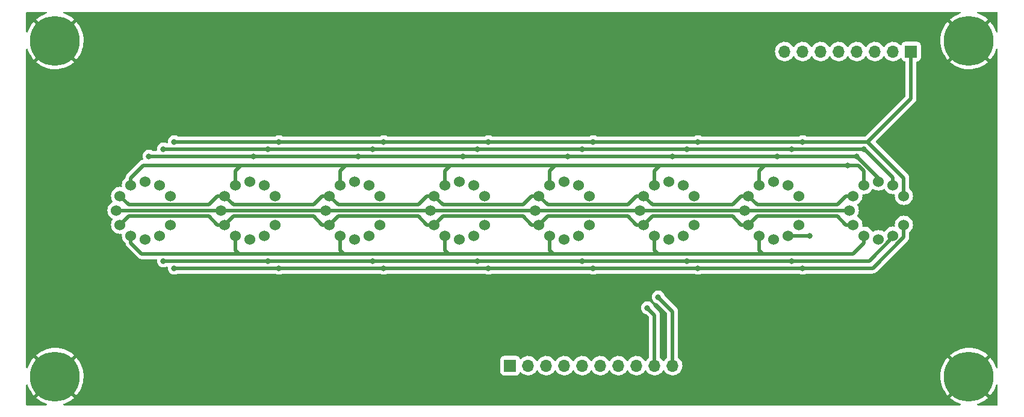
<source format=gbl>
%TF.GenerationSoftware,KiCad,Pcbnew,(6.0.2)*%
%TF.CreationDate,2022-06-24T18:37:41+02:00*%
%TF.ProjectId,divergence_meter_top,64697665-7267-4656-9e63-655f6d657465,rev?*%
%TF.SameCoordinates,Original*%
%TF.FileFunction,Copper,L2,Bot*%
%TF.FilePolarity,Positive*%
%FSLAX46Y46*%
G04 Gerber Fmt 4.6, Leading zero omitted, Abs format (unit mm)*
G04 Created by KiCad (PCBNEW (6.0.2)) date 2022-06-24 18:37:41*
%MOMM*%
%LPD*%
G01*
G04 APERTURE LIST*
%TA.AperFunction,ComponentPad*%
%ADD10C,1.524000*%
%TD*%
%TA.AperFunction,ComponentPad*%
%ADD11C,0.800000*%
%TD*%
%TA.AperFunction,ComponentPad*%
%ADD12C,7.000000*%
%TD*%
%TA.AperFunction,ComponentPad*%
%ADD13R,1.700000X1.700000*%
%TD*%
%TA.AperFunction,ComponentPad*%
%ADD14O,1.700000X1.700000*%
%TD*%
%TA.AperFunction,ViaPad*%
%ADD15C,0.800000*%
%TD*%
%TA.AperFunction,Conductor*%
%ADD16C,0.500000*%
%TD*%
G04 APERTURE END LIST*
D10*
%TO.P,itr8,1,B*%
%TO.N,Net-(JT2-Pad1)*%
X187452000Y-106680000D03*
%TO.P,itr8,2,A*%
%TO.N,Net-(JT2-Pad2)*%
X185928000Y-105156000D03*
%TO.P,itr8,3,G*%
%TO.N,Net-(JT2-Pad3)*%
X183896000Y-104648000D03*
%TO.P,itr8,4,F*%
%TO.N,Net-(JT2-Pad4)*%
X181864000Y-105156000D03*
%TO.P,itr8,5,E*%
%TO.N,Net-(JT2-Pad5)*%
X180340000Y-106680000D03*
%TO.P,itr8,6,D*%
%TO.N,Net-(JT2-Pad6)*%
X179832000Y-108712000D03*
%TO.P,itr8,7,Cath*%
%TO.N,GND1*%
X180340000Y-110744000D03*
%TO.P,itr8,8,Cath*%
%TO.N,+1V5*%
X181864000Y-112268000D03*
%TO.P,itr8,9,Grid*%
%TO.N,Net-(JT1-Pad8)*%
X183896000Y-112776000D03*
%TO.P,itr8,10,C*%
%TO.N,Net-(JT2-Pad7)*%
X185928000Y-112268000D03*
%TO.P,itr8,11,DP*%
%TO.N,Net-(JT2-Pad8)*%
X187452000Y-110744000D03*
%TD*%
%TO.P,itr7,1,B*%
%TO.N,Net-(JT2-Pad1)*%
X172720000Y-106680000D03*
%TO.P,itr7,2,A*%
%TO.N,Net-(JT2-Pad2)*%
X171196000Y-105156000D03*
%TO.P,itr7,3,G*%
%TO.N,Net-(JT2-Pad3)*%
X169164000Y-104648000D03*
%TO.P,itr7,4,F*%
%TO.N,Net-(JT2-Pad4)*%
X167132000Y-105156000D03*
%TO.P,itr7,5,E*%
%TO.N,Net-(JT2-Pad5)*%
X165608000Y-106680000D03*
%TO.P,itr7,6,D*%
%TO.N,Net-(JT2-Pad6)*%
X165100000Y-108712000D03*
%TO.P,itr7,7,Cath*%
%TO.N,GND1*%
X165608000Y-110744000D03*
%TO.P,itr7,8,Cath*%
%TO.N,+1V5*%
X167132000Y-112268000D03*
%TO.P,itr7,9,Grid*%
%TO.N,Net-(JT1-Pad7)*%
X169164000Y-112776000D03*
%TO.P,itr7,10,C*%
%TO.N,Net-(JT2-Pad7)*%
X171196000Y-112268000D03*
%TO.P,itr7,11,DP*%
%TO.N,Net-(JT2-Pad8)*%
X172720000Y-110744000D03*
%TD*%
%TO.P,itr6,1,B*%
%TO.N,Net-(JT2-Pad1)*%
X157988000Y-106680000D03*
%TO.P,itr6,2,A*%
%TO.N,Net-(JT2-Pad2)*%
X156464000Y-105156000D03*
%TO.P,itr6,3,G*%
%TO.N,Net-(JT2-Pad3)*%
X154432000Y-104648000D03*
%TO.P,itr6,4,F*%
%TO.N,Net-(JT2-Pad4)*%
X152400000Y-105156000D03*
%TO.P,itr6,5,E*%
%TO.N,Net-(JT2-Pad5)*%
X150876000Y-106680000D03*
%TO.P,itr6,6,D*%
%TO.N,Net-(JT2-Pad6)*%
X150368000Y-108712000D03*
%TO.P,itr6,7,Cath*%
%TO.N,GND1*%
X150876000Y-110744000D03*
%TO.P,itr6,8,Cath*%
%TO.N,+1V5*%
X152400000Y-112268000D03*
%TO.P,itr6,9,Grid*%
%TO.N,Net-(JT1-Pad6)*%
X154432000Y-112776000D03*
%TO.P,itr6,10,C*%
%TO.N,Net-(JT2-Pad7)*%
X156464000Y-112268000D03*
%TO.P,itr6,11,DP*%
%TO.N,Net-(JT2-Pad8)*%
X157988000Y-110744000D03*
%TD*%
%TO.P,itr5,1,B*%
%TO.N,Net-(JT2-Pad1)*%
X143256000Y-106680000D03*
%TO.P,itr5,2,A*%
%TO.N,Net-(JT2-Pad2)*%
X141732000Y-105156000D03*
%TO.P,itr5,3,G*%
%TO.N,Net-(JT2-Pad3)*%
X139700000Y-104648000D03*
%TO.P,itr5,4,F*%
%TO.N,Net-(JT2-Pad4)*%
X137668000Y-105156000D03*
%TO.P,itr5,5,E*%
%TO.N,Net-(JT2-Pad5)*%
X136144000Y-106680000D03*
%TO.P,itr5,6,D*%
%TO.N,Net-(JT2-Pad6)*%
X135636000Y-108712000D03*
%TO.P,itr5,7,Cath*%
%TO.N,GND1*%
X136144000Y-110744000D03*
%TO.P,itr5,8,Cath*%
%TO.N,+1V5*%
X137668000Y-112268000D03*
%TO.P,itr5,9,Grid*%
%TO.N,Net-(JT1-Pad5)*%
X139700000Y-112776000D03*
%TO.P,itr5,10,C*%
%TO.N,Net-(JT2-Pad7)*%
X141732000Y-112268000D03*
%TO.P,itr5,11,DP*%
%TO.N,Net-(JT2-Pad8)*%
X143256000Y-110744000D03*
%TD*%
%TO.P,itr4,1,B*%
%TO.N,Net-(JT2-Pad1)*%
X128524000Y-106680000D03*
%TO.P,itr4,2,A*%
%TO.N,Net-(JT2-Pad2)*%
X127000000Y-105156000D03*
%TO.P,itr4,3,G*%
%TO.N,Net-(JT2-Pad3)*%
X124968000Y-104648000D03*
%TO.P,itr4,4,F*%
%TO.N,Net-(JT2-Pad4)*%
X122936000Y-105156000D03*
%TO.P,itr4,5,E*%
%TO.N,Net-(JT2-Pad5)*%
X121412000Y-106680000D03*
%TO.P,itr4,6,D*%
%TO.N,Net-(JT2-Pad6)*%
X120904000Y-108712000D03*
%TO.P,itr4,7,Cath*%
%TO.N,GND1*%
X121412000Y-110744000D03*
%TO.P,itr4,8,Cath*%
%TO.N,+1V5*%
X122936000Y-112268000D03*
%TO.P,itr4,9,Grid*%
%TO.N,Net-(JT1-Pad4)*%
X124968000Y-112776000D03*
%TO.P,itr4,10,C*%
%TO.N,Net-(JT2-Pad7)*%
X127000000Y-112268000D03*
%TO.P,itr4,11,DP*%
%TO.N,Net-(JT2-Pad8)*%
X128524000Y-110744000D03*
%TD*%
%TO.P,itr3,1,B*%
%TO.N,Net-(JT2-Pad1)*%
X113792000Y-106680000D03*
%TO.P,itr3,2,A*%
%TO.N,Net-(JT2-Pad2)*%
X112268000Y-105156000D03*
%TO.P,itr3,3,G*%
%TO.N,Net-(JT2-Pad3)*%
X110236000Y-104648000D03*
%TO.P,itr3,4,F*%
%TO.N,Net-(JT2-Pad4)*%
X108204000Y-105156000D03*
%TO.P,itr3,5,E*%
%TO.N,Net-(JT2-Pad5)*%
X106680000Y-106680000D03*
%TO.P,itr3,6,D*%
%TO.N,Net-(JT2-Pad6)*%
X106172000Y-108712000D03*
%TO.P,itr3,7,Cath*%
%TO.N,GND1*%
X106680000Y-110744000D03*
%TO.P,itr3,8,Cath*%
%TO.N,+1V5*%
X108204000Y-112268000D03*
%TO.P,itr3,9,Grid*%
%TO.N,Net-(JT1-Pad3)*%
X110236000Y-112776000D03*
%TO.P,itr3,10,C*%
%TO.N,Net-(JT2-Pad7)*%
X112268000Y-112268000D03*
%TO.P,itr3,11,DP*%
%TO.N,Net-(JT2-Pad8)*%
X113792000Y-110744000D03*
%TD*%
%TO.P,itr2,1,B*%
%TO.N,Net-(JT2-Pad1)*%
X99060000Y-106680000D03*
%TO.P,itr2,2,A*%
%TO.N,Net-(JT2-Pad2)*%
X97536000Y-105156000D03*
%TO.P,itr2,3,G*%
%TO.N,Net-(JT2-Pad3)*%
X95504000Y-104648000D03*
%TO.P,itr2,4,F*%
%TO.N,Net-(JT2-Pad4)*%
X93472000Y-105156000D03*
%TO.P,itr2,5,E*%
%TO.N,Net-(JT2-Pad5)*%
X91948000Y-106680000D03*
%TO.P,itr2,6,D*%
%TO.N,Net-(JT2-Pad6)*%
X91440000Y-108712000D03*
%TO.P,itr2,7,Cath*%
%TO.N,GND1*%
X91948000Y-110744000D03*
%TO.P,itr2,8,Cath*%
%TO.N,+1V5*%
X93472000Y-112268000D03*
%TO.P,itr2,9,Grid*%
%TO.N,Net-(JT1-Pad2)*%
X95504000Y-112776000D03*
%TO.P,itr2,10,C*%
%TO.N,Net-(JT2-Pad7)*%
X97536000Y-112268000D03*
%TO.P,itr2,11,DP*%
%TO.N,Net-(JT2-Pad8)*%
X99060000Y-110744000D03*
%TD*%
%TO.P,itr1,1,B*%
%TO.N,Net-(JT2-Pad1)*%
X84328000Y-106680000D03*
%TO.P,itr1,2,A*%
%TO.N,Net-(JT2-Pad2)*%
X82804000Y-105156000D03*
%TO.P,itr1,3,G*%
%TO.N,Net-(JT2-Pad3)*%
X80772000Y-104648000D03*
%TO.P,itr1,4,F*%
%TO.N,Net-(JT2-Pad4)*%
X78740000Y-105156000D03*
%TO.P,itr1,5,E*%
%TO.N,Net-(JT2-Pad5)*%
X77216000Y-106680000D03*
%TO.P,itr1,6,D*%
%TO.N,Net-(JT2-Pad6)*%
X76708000Y-108712000D03*
%TO.P,itr1,7,Cath*%
%TO.N,GND1*%
X77216000Y-110744000D03*
%TO.P,itr1,8,Cath*%
%TO.N,+1V5*%
X78740000Y-112268000D03*
%TO.P,itr1,9,Grid*%
%TO.N,Net-(JT1-Pad1)*%
X80772000Y-112776000D03*
%TO.P,itr1,10,C*%
%TO.N,Net-(JT2-Pad7)*%
X82804000Y-112268000D03*
%TO.P,itr1,11,DP*%
%TO.N,Net-(JT2-Pad8)*%
X84328000Y-110744000D03*
%TD*%
D11*
%TO.P,H2,1,1*%
%TO.N,GND*%
X193971000Y-84836000D03*
X196596000Y-87461000D03*
X199221000Y-84836000D03*
X198452155Y-86692155D03*
X194739845Y-82979845D03*
X194739845Y-86692155D03*
D12*
X196596000Y-84836000D03*
D11*
X196596000Y-82211000D03*
X198452155Y-82979845D03*
%TD*%
%TO.P,H4,1,1*%
%TO.N,GND*%
X69928155Y-130223845D03*
X70697000Y-132080000D03*
X65447000Y-132080000D03*
X66215845Y-133936155D03*
D12*
X68072000Y-132080000D03*
D11*
X66215845Y-130223845D03*
X68072000Y-134705000D03*
X69928155Y-133936155D03*
X68072000Y-129455000D03*
%TD*%
D12*
%TO.P,H1,1,1*%
%TO.N,GND*%
X68072000Y-84836000D03*
D11*
X66215845Y-86692155D03*
X66215845Y-82979845D03*
X69928155Y-86692155D03*
X65447000Y-84836000D03*
X68072000Y-87461000D03*
X68072000Y-82211000D03*
X69928155Y-82979845D03*
X70697000Y-84836000D03*
%TD*%
%TO.P,H3,1,1*%
%TO.N,GND*%
X198452155Y-133936155D03*
X194739845Y-130223845D03*
X194739845Y-133936155D03*
X199221000Y-132080000D03*
X196596000Y-129455000D03*
X198452155Y-130223845D03*
D12*
X196596000Y-132080000D03*
D11*
X196596000Y-134705000D03*
X193971000Y-132080000D03*
%TD*%
D13*
%TO.P,JT1,1,Pin_1*%
%TO.N,Net-(JT1-Pad1)*%
X132080000Y-130556000D03*
D14*
%TO.P,JT1,2,Pin_2*%
%TO.N,Net-(JT1-Pad2)*%
X134620000Y-130556000D03*
%TO.P,JT1,3,Pin_3*%
%TO.N,Net-(JT1-Pad3)*%
X137160000Y-130556000D03*
%TO.P,JT1,4,Pin_4*%
%TO.N,Net-(JT1-Pad4)*%
X139700000Y-130556000D03*
%TO.P,JT1,5,Pin_5*%
%TO.N,Net-(JT1-Pad5)*%
X142240000Y-130556000D03*
%TO.P,JT1,6,Pin_6*%
%TO.N,Net-(JT1-Pad6)*%
X144780000Y-130556000D03*
%TO.P,JT1,7,Pin_7*%
%TO.N,Net-(JT1-Pad7)*%
X147320000Y-130556000D03*
%TO.P,JT1,8,Pin_8*%
%TO.N,Net-(JT1-Pad8)*%
X149860000Y-130556000D03*
%TO.P,JT1,9,Pin_9*%
%TO.N,GND1*%
X152400000Y-130556000D03*
%TO.P,JT1,10,Pin_10*%
%TO.N,+1V5*%
X154940000Y-130556000D03*
%TD*%
D13*
%TO.P,JT2,1,Pin_1*%
%TO.N,Net-(JT2-Pad1)*%
X188468000Y-86360000D03*
D14*
%TO.P,JT2,2,Pin_2*%
%TO.N,Net-(JT2-Pad2)*%
X185928000Y-86360000D03*
%TO.P,JT2,3,Pin_3*%
%TO.N,Net-(JT2-Pad3)*%
X183388000Y-86360000D03*
%TO.P,JT2,4,Pin_4*%
%TO.N,Net-(JT2-Pad4)*%
X180848000Y-86360000D03*
%TO.P,JT2,5,Pin_5*%
%TO.N,Net-(JT2-Pad5)*%
X178308000Y-86360000D03*
%TO.P,JT2,6,Pin_6*%
%TO.N,Net-(JT2-Pad6)*%
X175768000Y-86360000D03*
%TO.P,JT2,7,Pin_7*%
%TO.N,Net-(JT2-Pad7)*%
X173228000Y-86360000D03*
%TO.P,JT2,8,Pin_8*%
%TO.N,Net-(JT2-Pad8)*%
X170688000Y-86360000D03*
%TD*%
D15*
%TO.N,Net-(JT2-Pad1)*%
X99568000Y-99060000D03*
X84836000Y-99060000D03*
X114300000Y-99060000D03*
X143764000Y-99060000D03*
X129032000Y-99060000D03*
X173228000Y-99060000D03*
X158496000Y-99060000D03*
%TO.N,Net-(JT2-Pad2)*%
X171704000Y-100076000D03*
X112776000Y-100076000D03*
X181864000Y-100076000D03*
X98044000Y-100076000D03*
X127508000Y-100076000D03*
X142240000Y-100076000D03*
X156972000Y-100076000D03*
X83312000Y-100076000D03*
%TO.N,Net-(JT2-Pad3)*%
X81280000Y-101092000D03*
X154940000Y-101092000D03*
X140208000Y-101092000D03*
X110744000Y-101092000D03*
X96012000Y-101092000D03*
X180848000Y-101092000D03*
X169672000Y-101092000D03*
X125476000Y-101092000D03*
%TO.N,Net-(JT2-Pad4)*%
X179578000Y-102362000D03*
%TO.N,GND1*%
X151384000Y-122428000D03*
%TO.N,+1V5*%
X152908000Y-120904000D03*
%TO.N,Net-(JT2-Pad7)*%
X112776000Y-115824000D03*
X171704000Y-115824000D03*
X156972000Y-115824000D03*
X174244000Y-112268000D03*
X98044000Y-115824000D03*
X83312000Y-115824000D03*
X127508000Y-115824000D03*
X142240000Y-115824000D03*
%TO.N,Net-(JT2-Pad8)*%
X84836000Y-116840000D03*
X143764000Y-116840000D03*
X158496000Y-116840000D03*
X173228000Y-116840000D03*
X99568000Y-116840000D03*
X114300000Y-116840000D03*
X129032000Y-116840000D03*
%TD*%
D16*
%TO.N,Net-(JT2-Pad1)*%
X84836000Y-99060000D02*
X182372000Y-99060000D01*
X187452000Y-104140000D02*
X187452000Y-106680000D01*
X182372000Y-99060000D02*
X187452000Y-104140000D01*
X188468000Y-86360000D02*
X188468000Y-92964000D01*
X188468000Y-92964000D02*
X182372000Y-99060000D01*
%TO.N,Net-(JT2-Pad2)*%
X181864000Y-100076000D02*
X83312000Y-100076000D01*
X185928000Y-104078370D02*
X181925630Y-100076000D01*
X181925630Y-100076000D02*
X181864000Y-100076000D01*
X185928000Y-105156000D02*
X185928000Y-104078370D01*
%TO.N,Net-(JT2-Pad3)*%
X81280000Y-101092000D02*
X180848000Y-101092000D01*
X180848000Y-101092000D02*
X183896000Y-104140000D01*
X183896000Y-104140000D02*
X183896000Y-104648000D01*
%TO.N,Net-(JT2-Pad4)*%
X122936000Y-105156000D02*
X122936000Y-103124000D01*
X108204000Y-103124000D02*
X108966000Y-102362000D01*
X78740000Y-104140000D02*
X80518000Y-102362000D01*
X153162000Y-102362000D02*
X167894000Y-102362000D01*
X152400000Y-105156000D02*
X152400000Y-103124000D01*
X108966000Y-102362000D02*
X123698000Y-102362000D01*
X167132000Y-105156000D02*
X167132000Y-103124000D01*
X78740000Y-105156000D02*
X78740000Y-104140000D01*
X137668000Y-103124000D02*
X138430000Y-102362000D01*
X108204000Y-105156000D02*
X108204000Y-103124000D01*
X181864000Y-103124000D02*
X181102000Y-102362000D01*
X167132000Y-103124000D02*
X167894000Y-102362000D01*
X138430000Y-102362000D02*
X153162000Y-102362000D01*
X181864000Y-105156000D02*
X181864000Y-103124000D01*
X122936000Y-103124000D02*
X123698000Y-102362000D01*
X80518000Y-102362000D02*
X94234000Y-102362000D01*
X94234000Y-102362000D02*
X108966000Y-102362000D01*
X179578000Y-102362000D02*
X167894000Y-102362000D01*
X93472000Y-105156000D02*
X93472000Y-103124000D01*
X152400000Y-103124000D02*
X153162000Y-102362000D01*
X93472000Y-103124000D02*
X94234000Y-102362000D01*
X123698000Y-102362000D02*
X138430000Y-102362000D01*
X181102000Y-102362000D02*
X179578000Y-102362000D01*
X137668000Y-105156000D02*
X137668000Y-103124000D01*
%TO.N,Net-(JT2-Pad5)*%
X137355511Y-107891511D02*
X136144000Y-106680000D01*
X135128000Y-106680000D02*
X133916489Y-107891511D01*
X150876000Y-106680000D02*
X149860000Y-106680000D01*
X89720489Y-107891511D02*
X78427511Y-107891511D01*
X178112489Y-107891511D02*
X166819511Y-107891511D01*
X180340000Y-106680000D02*
X179324000Y-106680000D01*
X106680000Y-106680000D02*
X105664000Y-106680000D01*
X163380489Y-107891511D02*
X152087511Y-107891511D01*
X91948000Y-106680000D02*
X90932000Y-106680000D01*
X105664000Y-106680000D02*
X104452489Y-107891511D01*
X78427511Y-107891511D02*
X77216000Y-106680000D01*
X93159511Y-107891511D02*
X91948000Y-106680000D01*
X121412000Y-106680000D02*
X120396000Y-106680000D01*
X133916489Y-107891511D02*
X122623511Y-107891511D01*
X164592000Y-106680000D02*
X163380489Y-107891511D01*
X149860000Y-106680000D02*
X148648489Y-107891511D01*
X104452489Y-107891511D02*
X93159511Y-107891511D01*
X122623511Y-107891511D02*
X121412000Y-106680000D01*
X165608000Y-106680000D02*
X164592000Y-106680000D01*
X136144000Y-106680000D02*
X135128000Y-106680000D01*
X179324000Y-106680000D02*
X178112489Y-107891511D01*
X120396000Y-106680000D02*
X119184489Y-107891511D01*
X148648489Y-107891511D02*
X137355511Y-107891511D01*
X166819511Y-107891511D02*
X165608000Y-106680000D01*
X152087511Y-107891511D02*
X150876000Y-106680000D01*
X107891511Y-107891511D02*
X106680000Y-106680000D01*
X90932000Y-106680000D02*
X89720489Y-107891511D01*
X119184489Y-107891511D02*
X107891511Y-107891511D01*
%TO.N,Net-(JT2-Pad6)*%
X76708000Y-108712000D02*
X179832000Y-108712000D01*
%TO.N,GND1*%
X105664000Y-110744000D02*
X104452489Y-109532489D01*
X121412000Y-110744000D02*
X120396000Y-110744000D01*
X89720489Y-109532489D02*
X78427511Y-109532489D01*
X150876000Y-110744000D02*
X149860000Y-110744000D01*
X135128000Y-110744000D02*
X133916489Y-109532489D01*
X180340000Y-110744000D02*
X179324000Y-110744000D01*
X106680000Y-110744000D02*
X105664000Y-110744000D01*
X152400000Y-123444000D02*
X152400000Y-130556000D01*
X152087511Y-109532489D02*
X150876000Y-110744000D01*
X104452489Y-109532489D02*
X93159511Y-109532489D01*
X149860000Y-110744000D02*
X148648489Y-109532489D01*
X137355511Y-109532489D02*
X136144000Y-110744000D01*
X93159511Y-109532489D02*
X91948000Y-110744000D01*
X163380489Y-109532489D02*
X152087511Y-109532489D01*
X165608000Y-110744000D02*
X164592000Y-110744000D01*
X90932000Y-110744000D02*
X89720489Y-109532489D01*
X148648489Y-109532489D02*
X137355511Y-109532489D01*
X120396000Y-110744000D02*
X119184489Y-109532489D01*
X107891511Y-109532489D02*
X106680000Y-110744000D01*
X166819511Y-109532489D02*
X165608000Y-110744000D01*
X179324000Y-110744000D02*
X178112489Y-109532489D01*
X91948000Y-110744000D02*
X90932000Y-110744000D01*
X178112489Y-109532489D02*
X166819511Y-109532489D01*
X136144000Y-110744000D02*
X135128000Y-110744000D01*
X164592000Y-110744000D02*
X163380489Y-109532489D01*
X122623511Y-109532489D02*
X121412000Y-110744000D01*
X78427511Y-109532489D02*
X77216000Y-110744000D01*
X151384000Y-122428000D02*
X152400000Y-123444000D01*
X133916489Y-109532489D02*
X122623511Y-109532489D01*
X119184489Y-109532489D02*
X107891511Y-109532489D01*
%TO.N,+1V5*%
X154940000Y-122936000D02*
X154940000Y-130556000D01*
X123444000Y-114808000D02*
X108712000Y-114808000D01*
X108204000Y-114300000D02*
X108712000Y-114808000D01*
X108712000Y-114808000D02*
X93980000Y-114808000D01*
X138176000Y-114808000D02*
X123444000Y-114808000D01*
X137668000Y-112268000D02*
X137668000Y-114300000D01*
X167132000Y-112268000D02*
X167132000Y-114300000D01*
X152908000Y-114808000D02*
X138176000Y-114808000D01*
X80264000Y-114808000D02*
X78740000Y-113284000D01*
X93980000Y-114808000D02*
X80264000Y-114808000D01*
X167132000Y-114300000D02*
X167640000Y-114808000D01*
X181864000Y-112268000D02*
X181864000Y-113284000D01*
X122936000Y-112268000D02*
X122936000Y-114300000D01*
X181864000Y-113284000D02*
X180340000Y-114808000D01*
X122936000Y-114300000D02*
X123444000Y-114808000D01*
X108204000Y-112268000D02*
X108204000Y-114300000D01*
X180340000Y-114808000D02*
X167640000Y-114808000D01*
X152400000Y-112268000D02*
X152400000Y-114300000D01*
X152908000Y-120904000D02*
X154940000Y-122936000D01*
X78740000Y-113284000D02*
X78740000Y-112268000D01*
X93472000Y-112268000D02*
X93472000Y-114300000D01*
X137668000Y-114300000D02*
X138176000Y-114808000D01*
X167640000Y-114808000D02*
X152908000Y-114808000D01*
X152400000Y-114300000D02*
X152908000Y-114808000D01*
X93472000Y-114300000D02*
X93980000Y-114808000D01*
%TO.N,Net-(JT2-Pad7)*%
X171704000Y-115824000D02*
X182561336Y-115824000D01*
X83312000Y-115824000D02*
X171704000Y-115824000D01*
X182561336Y-115824000D02*
X185928000Y-112457336D01*
X185928000Y-112457336D02*
X185928000Y-112268000D01*
X171196000Y-112268000D02*
X174244000Y-112268000D01*
%TO.N,Net-(JT2-Pad8)*%
X183069336Y-116840000D02*
X187452000Y-112457336D01*
X84836000Y-116840000D02*
X183069336Y-116840000D01*
X187452000Y-112457336D02*
X187452000Y-110744000D01*
%TD*%
%TA.AperFunction,Conductor*%
%TO.N,GND*%
G36*
X66877942Y-80792002D02*
G01*
X66924435Y-80845658D01*
X66934539Y-80915932D01*
X66905045Y-80980512D01*
X66851258Y-81016991D01*
X66571681Y-81114350D01*
X66565968Y-81116658D01*
X66215667Y-81278519D01*
X66210213Y-81281371D01*
X65877376Y-81476646D01*
X65872228Y-81480015D01*
X65560025Y-81706843D01*
X65555247Y-81710684D01*
X65436711Y-81815926D01*
X65428334Y-81829314D01*
X65434084Y-81838874D01*
X68059188Y-84463978D01*
X68073132Y-84471592D01*
X68074965Y-84471461D01*
X68081580Y-84467210D01*
X70708463Y-81840327D01*
X70716077Y-81826383D01*
X70716055Y-81826072D01*
X70710204Y-81817406D01*
X70632143Y-81746127D01*
X70627416Y-81742217D01*
X70318419Y-81511059D01*
X70313313Y-81507614D01*
X69983235Y-81307711D01*
X69977822Y-81304784D01*
X69629808Y-81138044D01*
X69624141Y-81135662D01*
X69296471Y-81016401D01*
X69239299Y-80974307D01*
X69213961Y-80907986D01*
X69228502Y-80838494D01*
X69278304Y-80787895D01*
X69339565Y-80772000D01*
X195333821Y-80772000D01*
X195401942Y-80792002D01*
X195448435Y-80845658D01*
X195458539Y-80915932D01*
X195429045Y-80980512D01*
X195375258Y-81016991D01*
X195095681Y-81114350D01*
X195089968Y-81116658D01*
X194739667Y-81278519D01*
X194734213Y-81281371D01*
X194401376Y-81476646D01*
X194396228Y-81480015D01*
X194084025Y-81706843D01*
X194079247Y-81710684D01*
X193960711Y-81815926D01*
X193952334Y-81829314D01*
X193958084Y-81838874D01*
X196583188Y-84463978D01*
X196597132Y-84471592D01*
X196598965Y-84471461D01*
X196605580Y-84467210D01*
X199232463Y-81840327D01*
X199240077Y-81826383D01*
X199240055Y-81826072D01*
X199234204Y-81817406D01*
X199156143Y-81746127D01*
X199151416Y-81742217D01*
X198842419Y-81511059D01*
X198837313Y-81507614D01*
X198507235Y-81307711D01*
X198501822Y-81304784D01*
X198153808Y-81138044D01*
X198148141Y-81135662D01*
X197820471Y-81016401D01*
X197763299Y-80974307D01*
X197737961Y-80907986D01*
X197752502Y-80838494D01*
X197802304Y-80787895D01*
X197863565Y-80772000D01*
X200534000Y-80772000D01*
X200602121Y-80792002D01*
X200648614Y-80845658D01*
X200660000Y-80898000D01*
X200660000Y-83571374D01*
X200639998Y-83639495D01*
X200586342Y-83685988D01*
X200516068Y-83696092D01*
X200451488Y-83666598D01*
X200415301Y-83613641D01*
X200307082Y-83309727D01*
X200304739Y-83304043D01*
X200140434Y-82954877D01*
X200137545Y-82949443D01*
X199939955Y-82617983D01*
X199936547Y-82612853D01*
X199707547Y-82302244D01*
X199703667Y-82297487D01*
X199616318Y-82200475D01*
X199602797Y-82192145D01*
X199602720Y-82192146D01*
X199593434Y-82197776D01*
X196968022Y-84823188D01*
X196960408Y-84837132D01*
X196960539Y-84838965D01*
X196964790Y-84845580D01*
X199593364Y-87474154D01*
X199607308Y-87481768D01*
X199608323Y-87481696D01*
X199616054Y-87476593D01*
X199631567Y-87460302D01*
X199635595Y-87455637D01*
X199873168Y-87151558D01*
X199876722Y-87146518D01*
X200083486Y-86820712D01*
X200086529Y-86815356D01*
X200260520Y-86470910D01*
X200263016Y-86465306D01*
X200402568Y-86105518D01*
X200404511Y-86099678D01*
X200412641Y-86070560D01*
X200450225Y-86010327D01*
X200514407Y-85979976D01*
X200584810Y-85989142D01*
X200639080Y-86034915D01*
X200660000Y-86104443D01*
X200660000Y-130815374D01*
X200639998Y-130883495D01*
X200586342Y-130929988D01*
X200516068Y-130940092D01*
X200451488Y-130910598D01*
X200415301Y-130857641D01*
X200307082Y-130553727D01*
X200304739Y-130548043D01*
X200140434Y-130198877D01*
X200137545Y-130193443D01*
X199939955Y-129861983D01*
X199936547Y-129856853D01*
X199707547Y-129546244D01*
X199703667Y-129541487D01*
X199616318Y-129444475D01*
X199602797Y-129436145D01*
X199602720Y-129436146D01*
X199593434Y-129441776D01*
X196968022Y-132067188D01*
X196960408Y-132081132D01*
X196960539Y-132082965D01*
X196964790Y-132089580D01*
X199593364Y-134718154D01*
X199607308Y-134725768D01*
X199608323Y-134725696D01*
X199616054Y-134720593D01*
X199631567Y-134704302D01*
X199635595Y-134699637D01*
X199873168Y-134395558D01*
X199876722Y-134390518D01*
X200083486Y-134064712D01*
X200086529Y-134059356D01*
X200260520Y-133714910D01*
X200263016Y-133709306D01*
X200402568Y-133349518D01*
X200404511Y-133343678D01*
X200412641Y-133314560D01*
X200450225Y-133254327D01*
X200514407Y-133223976D01*
X200584810Y-133233142D01*
X200639080Y-133278915D01*
X200660000Y-133348443D01*
X200660000Y-136018000D01*
X200639998Y-136086121D01*
X200586342Y-136132614D01*
X200534000Y-136144000D01*
X197854895Y-136144000D01*
X197786774Y-136123998D01*
X197740281Y-136070342D01*
X197730177Y-136000068D01*
X197759671Y-135935488D01*
X197815123Y-135898442D01*
X198044215Y-135822234D01*
X198049949Y-135820010D01*
X198402497Y-135663046D01*
X198407966Y-135660283D01*
X198743516Y-135469664D01*
X198748690Y-135466380D01*
X199064034Y-135243929D01*
X199068872Y-135240149D01*
X199231240Y-135099998D01*
X199239655Y-135086958D01*
X199233716Y-135076926D01*
X196608812Y-132452022D01*
X196594868Y-132444408D01*
X196593035Y-132444539D01*
X196586420Y-132448790D01*
X193958547Y-135076663D01*
X193950933Y-135090607D01*
X193950988Y-135091386D01*
X193956342Y-135099436D01*
X193992960Y-135133821D01*
X193997638Y-135137803D01*
X194303386Y-135373260D01*
X194308429Y-135376765D01*
X194635694Y-135581262D01*
X194641051Y-135584256D01*
X194986709Y-135755843D01*
X194992349Y-135758307D01*
X195353094Y-135895341D01*
X195361794Y-135898168D01*
X195420399Y-135938242D01*
X195448035Y-136003639D01*
X195435927Y-136073596D01*
X195387920Y-136125901D01*
X195322856Y-136144000D01*
X69330895Y-136144000D01*
X69262774Y-136123998D01*
X69216281Y-136070342D01*
X69206177Y-136000068D01*
X69235671Y-135935488D01*
X69291123Y-135898442D01*
X69520215Y-135822234D01*
X69525949Y-135820010D01*
X69878497Y-135663046D01*
X69883966Y-135660283D01*
X70219516Y-135469664D01*
X70224690Y-135466380D01*
X70540034Y-135243929D01*
X70544872Y-135240149D01*
X70707240Y-135099998D01*
X70715655Y-135086958D01*
X70709716Y-135076926D01*
X68084812Y-132452022D01*
X68070868Y-132444408D01*
X68069035Y-132444539D01*
X68062420Y-132448790D01*
X65434547Y-135076663D01*
X65426933Y-135090607D01*
X65426988Y-135091386D01*
X65432342Y-135099436D01*
X65468960Y-135133821D01*
X65473638Y-135137803D01*
X65779386Y-135373260D01*
X65784429Y-135376765D01*
X66111694Y-135581262D01*
X66117051Y-135584256D01*
X66462709Y-135755843D01*
X66468349Y-135758307D01*
X66829094Y-135895341D01*
X66837794Y-135898168D01*
X66896399Y-135938242D01*
X66924035Y-136003639D01*
X66911927Y-136073596D01*
X66863920Y-136125901D01*
X66798856Y-136144000D01*
X64134000Y-136144000D01*
X64065879Y-136123998D01*
X64019386Y-136070342D01*
X64008000Y-136018000D01*
X64008000Y-133340261D01*
X64028002Y-133272140D01*
X64081658Y-133225647D01*
X64151932Y-133215543D01*
X64216512Y-133245037D01*
X64253278Y-133299656D01*
X64339968Y-133554306D01*
X64342235Y-133560031D01*
X64501643Y-133911444D01*
X64504465Y-133916934D01*
X64697407Y-134251119D01*
X64700737Y-134256287D01*
X64925375Y-134570059D01*
X64929197Y-134574881D01*
X65052033Y-134715195D01*
X65065247Y-134723593D01*
X65075043Y-134717747D01*
X67699978Y-132092812D01*
X67706356Y-132081132D01*
X68436408Y-132081132D01*
X68436539Y-132082965D01*
X68440790Y-132089580D01*
X71069364Y-134718154D01*
X71083308Y-134725768D01*
X71084323Y-134725696D01*
X71092054Y-134720593D01*
X71107567Y-134704302D01*
X71111595Y-134699637D01*
X71349168Y-134395558D01*
X71352722Y-134390518D01*
X71559486Y-134064712D01*
X71562529Y-134059356D01*
X71736520Y-133714910D01*
X71739016Y-133709306D01*
X71878568Y-133349518D01*
X71880509Y-133343684D01*
X71984288Y-132971988D01*
X71985644Y-132966017D01*
X72052660Y-132585959D01*
X72053427Y-132579886D01*
X72083119Y-132194000D01*
X72083296Y-132190085D01*
X72084806Y-132081974D01*
X72084738Y-132078030D01*
X72082245Y-132027061D01*
X192583665Y-132027061D01*
X192597132Y-132412706D01*
X192597647Y-132418838D01*
X192648685Y-132801347D01*
X192649792Y-132807383D01*
X192737913Y-133183090D01*
X192739608Y-133189000D01*
X192863968Y-133554306D01*
X192866235Y-133560031D01*
X193025643Y-133911444D01*
X193028465Y-133916934D01*
X193221407Y-134251119D01*
X193224737Y-134256287D01*
X193449375Y-134570059D01*
X193453197Y-134574881D01*
X193576033Y-134715195D01*
X193589247Y-134723593D01*
X193599043Y-134717747D01*
X196223978Y-132092812D01*
X196231592Y-132078868D01*
X196231461Y-132077035D01*
X196227210Y-132070420D01*
X193599902Y-129443112D01*
X193585958Y-129435498D01*
X193585412Y-129435537D01*
X193577055Y-129441136D01*
X193524077Y-129498347D01*
X193520132Y-129503049D01*
X193286821Y-129810426D01*
X193283343Y-129815504D01*
X193081141Y-130144179D01*
X193078176Y-130149572D01*
X192909014Y-130496406D01*
X192906588Y-130502064D01*
X192772076Y-130863758D01*
X192770218Y-130869615D01*
X192671640Y-131242718D01*
X192670365Y-131248718D01*
X192608667Y-131629648D01*
X192607980Y-131635776D01*
X192583751Y-132020886D01*
X192583665Y-132027061D01*
X72082245Y-132027061D01*
X72065832Y-131691489D01*
X72065231Y-131685365D01*
X72031086Y-131454134D01*
X130721500Y-131454134D01*
X130728255Y-131516316D01*
X130779385Y-131652705D01*
X130866739Y-131769261D01*
X130983295Y-131856615D01*
X131119684Y-131907745D01*
X131181866Y-131914500D01*
X132978134Y-131914500D01*
X133040316Y-131907745D01*
X133176705Y-131856615D01*
X133293261Y-131769261D01*
X133380615Y-131652705D01*
X133402799Y-131593529D01*
X133424598Y-131535382D01*
X133467240Y-131478618D01*
X133533802Y-131453918D01*
X133603150Y-131469126D01*
X133637817Y-131497114D01*
X133666250Y-131529938D01*
X133838126Y-131672632D01*
X134031000Y-131785338D01*
X134239692Y-131865030D01*
X134244760Y-131866061D01*
X134244763Y-131866062D01*
X134352017Y-131887883D01*
X134458597Y-131909567D01*
X134463772Y-131909757D01*
X134463774Y-131909757D01*
X134676673Y-131917564D01*
X134676677Y-131917564D01*
X134681837Y-131917753D01*
X134686957Y-131917097D01*
X134686959Y-131917097D01*
X134898288Y-131890025D01*
X134898289Y-131890025D01*
X134903416Y-131889368D01*
X134908366Y-131887883D01*
X135112429Y-131826661D01*
X135112434Y-131826659D01*
X135117384Y-131825174D01*
X135317994Y-131726896D01*
X135499860Y-131597173D01*
X135658096Y-131439489D01*
X135788453Y-131258077D01*
X135789776Y-131259028D01*
X135836645Y-131215857D01*
X135906580Y-131203625D01*
X135972026Y-131231144D01*
X135999875Y-131262994D01*
X136059987Y-131361088D01*
X136206250Y-131529938D01*
X136378126Y-131672632D01*
X136571000Y-131785338D01*
X136779692Y-131865030D01*
X136784760Y-131866061D01*
X136784763Y-131866062D01*
X136892017Y-131887883D01*
X136998597Y-131909567D01*
X137003772Y-131909757D01*
X137003774Y-131909757D01*
X137216673Y-131917564D01*
X137216677Y-131917564D01*
X137221837Y-131917753D01*
X137226957Y-131917097D01*
X137226959Y-131917097D01*
X137438288Y-131890025D01*
X137438289Y-131890025D01*
X137443416Y-131889368D01*
X137448366Y-131887883D01*
X137652429Y-131826661D01*
X137652434Y-131826659D01*
X137657384Y-131825174D01*
X137857994Y-131726896D01*
X138039860Y-131597173D01*
X138198096Y-131439489D01*
X138328453Y-131258077D01*
X138329776Y-131259028D01*
X138376645Y-131215857D01*
X138446580Y-131203625D01*
X138512026Y-131231144D01*
X138539875Y-131262994D01*
X138599987Y-131361088D01*
X138746250Y-131529938D01*
X138918126Y-131672632D01*
X139111000Y-131785338D01*
X139319692Y-131865030D01*
X139324760Y-131866061D01*
X139324763Y-131866062D01*
X139432017Y-131887883D01*
X139538597Y-131909567D01*
X139543772Y-131909757D01*
X139543774Y-131909757D01*
X139756673Y-131917564D01*
X139756677Y-131917564D01*
X139761837Y-131917753D01*
X139766957Y-131917097D01*
X139766959Y-131917097D01*
X139978288Y-131890025D01*
X139978289Y-131890025D01*
X139983416Y-131889368D01*
X139988366Y-131887883D01*
X140192429Y-131826661D01*
X140192434Y-131826659D01*
X140197384Y-131825174D01*
X140397994Y-131726896D01*
X140579860Y-131597173D01*
X140738096Y-131439489D01*
X140868453Y-131258077D01*
X140869776Y-131259028D01*
X140916645Y-131215857D01*
X140986580Y-131203625D01*
X141052026Y-131231144D01*
X141079875Y-131262994D01*
X141139987Y-131361088D01*
X141286250Y-131529938D01*
X141458126Y-131672632D01*
X141651000Y-131785338D01*
X141859692Y-131865030D01*
X141864760Y-131866061D01*
X141864763Y-131866062D01*
X141972017Y-131887883D01*
X142078597Y-131909567D01*
X142083772Y-131909757D01*
X142083774Y-131909757D01*
X142296673Y-131917564D01*
X142296677Y-131917564D01*
X142301837Y-131917753D01*
X142306957Y-131917097D01*
X142306959Y-131917097D01*
X142518288Y-131890025D01*
X142518289Y-131890025D01*
X142523416Y-131889368D01*
X142528366Y-131887883D01*
X142732429Y-131826661D01*
X142732434Y-131826659D01*
X142737384Y-131825174D01*
X142937994Y-131726896D01*
X143119860Y-131597173D01*
X143278096Y-131439489D01*
X143408453Y-131258077D01*
X143409776Y-131259028D01*
X143456645Y-131215857D01*
X143526580Y-131203625D01*
X143592026Y-131231144D01*
X143619875Y-131262994D01*
X143679987Y-131361088D01*
X143826250Y-131529938D01*
X143998126Y-131672632D01*
X144191000Y-131785338D01*
X144399692Y-131865030D01*
X144404760Y-131866061D01*
X144404763Y-131866062D01*
X144512017Y-131887883D01*
X144618597Y-131909567D01*
X144623772Y-131909757D01*
X144623774Y-131909757D01*
X144836673Y-131917564D01*
X144836677Y-131917564D01*
X144841837Y-131917753D01*
X144846957Y-131917097D01*
X144846959Y-131917097D01*
X145058288Y-131890025D01*
X145058289Y-131890025D01*
X145063416Y-131889368D01*
X145068366Y-131887883D01*
X145272429Y-131826661D01*
X145272434Y-131826659D01*
X145277384Y-131825174D01*
X145477994Y-131726896D01*
X145659860Y-131597173D01*
X145818096Y-131439489D01*
X145948453Y-131258077D01*
X145949776Y-131259028D01*
X145996645Y-131215857D01*
X146066580Y-131203625D01*
X146132026Y-131231144D01*
X146159875Y-131262994D01*
X146219987Y-131361088D01*
X146366250Y-131529938D01*
X146538126Y-131672632D01*
X146731000Y-131785338D01*
X146939692Y-131865030D01*
X146944760Y-131866061D01*
X146944763Y-131866062D01*
X147052017Y-131887883D01*
X147158597Y-131909567D01*
X147163772Y-131909757D01*
X147163774Y-131909757D01*
X147376673Y-131917564D01*
X147376677Y-131917564D01*
X147381837Y-131917753D01*
X147386957Y-131917097D01*
X147386959Y-131917097D01*
X147598288Y-131890025D01*
X147598289Y-131890025D01*
X147603416Y-131889368D01*
X147608366Y-131887883D01*
X147812429Y-131826661D01*
X147812434Y-131826659D01*
X147817384Y-131825174D01*
X148017994Y-131726896D01*
X148199860Y-131597173D01*
X148358096Y-131439489D01*
X148488453Y-131258077D01*
X148489776Y-131259028D01*
X148536645Y-131215857D01*
X148606580Y-131203625D01*
X148672026Y-131231144D01*
X148699875Y-131262994D01*
X148759987Y-131361088D01*
X148906250Y-131529938D01*
X149078126Y-131672632D01*
X149271000Y-131785338D01*
X149479692Y-131865030D01*
X149484760Y-131866061D01*
X149484763Y-131866062D01*
X149592017Y-131887883D01*
X149698597Y-131909567D01*
X149703772Y-131909757D01*
X149703774Y-131909757D01*
X149916673Y-131917564D01*
X149916677Y-131917564D01*
X149921837Y-131917753D01*
X149926957Y-131917097D01*
X149926959Y-131917097D01*
X150138288Y-131890025D01*
X150138289Y-131890025D01*
X150143416Y-131889368D01*
X150148366Y-131887883D01*
X150352429Y-131826661D01*
X150352434Y-131826659D01*
X150357384Y-131825174D01*
X150557994Y-131726896D01*
X150739860Y-131597173D01*
X150898096Y-131439489D01*
X151028453Y-131258077D01*
X151029776Y-131259028D01*
X151076645Y-131215857D01*
X151146580Y-131203625D01*
X151212026Y-131231144D01*
X151239875Y-131262994D01*
X151299987Y-131361088D01*
X151446250Y-131529938D01*
X151618126Y-131672632D01*
X151811000Y-131785338D01*
X152019692Y-131865030D01*
X152024760Y-131866061D01*
X152024763Y-131866062D01*
X152132017Y-131887883D01*
X152238597Y-131909567D01*
X152243772Y-131909757D01*
X152243774Y-131909757D01*
X152456673Y-131917564D01*
X152456677Y-131917564D01*
X152461837Y-131917753D01*
X152466957Y-131917097D01*
X152466959Y-131917097D01*
X152678288Y-131890025D01*
X152678289Y-131890025D01*
X152683416Y-131889368D01*
X152688366Y-131887883D01*
X152892429Y-131826661D01*
X152892434Y-131826659D01*
X152897384Y-131825174D01*
X153097994Y-131726896D01*
X153279860Y-131597173D01*
X153438096Y-131439489D01*
X153568453Y-131258077D01*
X153569776Y-131259028D01*
X153616645Y-131215857D01*
X153686580Y-131203625D01*
X153752026Y-131231144D01*
X153779875Y-131262994D01*
X153839987Y-131361088D01*
X153986250Y-131529938D01*
X154158126Y-131672632D01*
X154351000Y-131785338D01*
X154559692Y-131865030D01*
X154564760Y-131866061D01*
X154564763Y-131866062D01*
X154672017Y-131887883D01*
X154778597Y-131909567D01*
X154783772Y-131909757D01*
X154783774Y-131909757D01*
X154996673Y-131917564D01*
X154996677Y-131917564D01*
X155001837Y-131917753D01*
X155006957Y-131917097D01*
X155006959Y-131917097D01*
X155218288Y-131890025D01*
X155218289Y-131890025D01*
X155223416Y-131889368D01*
X155228366Y-131887883D01*
X155432429Y-131826661D01*
X155432434Y-131826659D01*
X155437384Y-131825174D01*
X155637994Y-131726896D01*
X155819860Y-131597173D01*
X155978096Y-131439489D01*
X156108453Y-131258077D01*
X156113079Y-131248718D01*
X156205136Y-131062453D01*
X156205137Y-131062451D01*
X156207430Y-131057811D01*
X156252394Y-130909819D01*
X156270865Y-130849023D01*
X156270865Y-130849021D01*
X156272370Y-130844069D01*
X156301529Y-130622590D01*
X156303156Y-130556000D01*
X156284852Y-130333361D01*
X156230431Y-130116702D01*
X156141354Y-129911840D01*
X156101906Y-129850862D01*
X156022822Y-129728617D01*
X156022820Y-129728614D01*
X156020014Y-129724277D01*
X155869670Y-129559051D01*
X155865615Y-129555848D01*
X155746407Y-129461703D01*
X155705345Y-129403785D01*
X155698500Y-129362821D01*
X155698500Y-129073314D01*
X193952334Y-129073314D01*
X193958084Y-129082874D01*
X196583188Y-131707978D01*
X196597132Y-131715592D01*
X196598965Y-131715461D01*
X196605580Y-131711210D01*
X199232463Y-129084327D01*
X199240077Y-129070383D01*
X199240055Y-129070072D01*
X199234204Y-129061406D01*
X199156143Y-128990127D01*
X199151416Y-128986217D01*
X198842419Y-128755059D01*
X198837313Y-128751614D01*
X198507235Y-128551711D01*
X198501822Y-128548784D01*
X198153808Y-128382044D01*
X198148141Y-128379662D01*
X197785526Y-128247682D01*
X197779638Y-128245860D01*
X197405876Y-128149893D01*
X197399854Y-128148657D01*
X197018485Y-128089618D01*
X197012397Y-128088978D01*
X196627085Y-128067436D01*
X196620933Y-128067393D01*
X196235387Y-128083552D01*
X196229261Y-128084109D01*
X195847123Y-128137815D01*
X195841070Y-128138970D01*
X195466000Y-128229709D01*
X195460103Y-128231445D01*
X195095681Y-128358350D01*
X195089968Y-128360658D01*
X194739667Y-128522519D01*
X194734213Y-128525371D01*
X194401376Y-128720646D01*
X194396228Y-128724015D01*
X194084025Y-128950843D01*
X194079247Y-128954684D01*
X193960711Y-129059926D01*
X193952334Y-129073314D01*
X155698500Y-129073314D01*
X155698500Y-123003070D01*
X155699933Y-122984120D01*
X155702099Y-122969885D01*
X155702099Y-122969881D01*
X155703199Y-122962651D01*
X155702508Y-122954148D01*
X155698915Y-122909982D01*
X155698500Y-122899767D01*
X155698500Y-122891707D01*
X155695209Y-122863480D01*
X155694778Y-122859121D01*
X155688860Y-122786364D01*
X155686605Y-122779403D01*
X155685418Y-122773463D01*
X155684029Y-122767588D01*
X155683182Y-122760319D01*
X155658264Y-122691670D01*
X155656847Y-122687542D01*
X155636607Y-122625064D01*
X155636606Y-122625062D01*
X155634351Y-122618101D01*
X155630555Y-122611846D01*
X155628049Y-122606372D01*
X155625330Y-122600942D01*
X155622833Y-122594063D01*
X155582814Y-122533024D01*
X155580467Y-122529305D01*
X155542595Y-122466893D01*
X155535197Y-122458516D01*
X155535224Y-122458492D01*
X155532571Y-122455500D01*
X155529868Y-122452267D01*
X155525856Y-122446148D01*
X155469617Y-122392872D01*
X155467175Y-122390494D01*
X153828125Y-120751444D01*
X153797387Y-120701285D01*
X153744569Y-120538729D01*
X153742527Y-120532444D01*
X153647040Y-120367056D01*
X153519253Y-120225134D01*
X153364752Y-120112882D01*
X153358724Y-120110198D01*
X153358722Y-120110197D01*
X153196319Y-120037891D01*
X153196318Y-120037891D01*
X153190288Y-120035206D01*
X153096888Y-120015353D01*
X153009944Y-119996872D01*
X153009939Y-119996872D01*
X153003487Y-119995500D01*
X152812513Y-119995500D01*
X152806061Y-119996872D01*
X152806056Y-119996872D01*
X152719112Y-120015353D01*
X152625712Y-120035206D01*
X152619682Y-120037891D01*
X152619681Y-120037891D01*
X152457278Y-120110197D01*
X152457276Y-120110198D01*
X152451248Y-120112882D01*
X152296747Y-120225134D01*
X152168960Y-120367056D01*
X152073473Y-120532444D01*
X152014458Y-120714072D01*
X151994496Y-120904000D01*
X152014458Y-121093928D01*
X152073473Y-121275556D01*
X152168960Y-121440944D01*
X152296747Y-121582866D01*
X152451248Y-121695118D01*
X152457276Y-121697802D01*
X152457278Y-121697803D01*
X152619681Y-121770109D01*
X152625712Y-121772794D01*
X152632167Y-121774166D01*
X152632176Y-121774169D01*
X152688772Y-121786199D01*
X152751669Y-121820350D01*
X154144595Y-123213276D01*
X154178621Y-123275588D01*
X154181500Y-123302371D01*
X154181500Y-129363655D01*
X154161498Y-129431776D01*
X154131153Y-129464415D01*
X154039100Y-129533530D01*
X154034965Y-129536635D01*
X154016605Y-129555848D01*
X153923729Y-129653037D01*
X153880629Y-129698138D01*
X153773201Y-129855621D01*
X153718293Y-129900621D01*
X153647768Y-129908792D01*
X153584021Y-129877538D01*
X153563324Y-129853054D01*
X153482822Y-129728617D01*
X153482820Y-129728614D01*
X153480014Y-129724277D01*
X153329670Y-129559051D01*
X153325615Y-129555848D01*
X153206407Y-129461703D01*
X153165345Y-129403785D01*
X153158500Y-129362821D01*
X153158500Y-123511070D01*
X153159933Y-123492120D01*
X153162099Y-123477885D01*
X153162099Y-123477881D01*
X153163199Y-123470651D01*
X153158915Y-123417982D01*
X153158500Y-123407767D01*
X153158500Y-123399707D01*
X153155211Y-123371493D01*
X153154778Y-123367118D01*
X153149454Y-123301661D01*
X153149453Y-123301658D01*
X153148860Y-123294363D01*
X153146604Y-123287399D01*
X153145413Y-123281440D01*
X153144029Y-123275585D01*
X153143182Y-123268319D01*
X153118265Y-123199673D01*
X153116848Y-123195545D01*
X153096607Y-123133064D01*
X153096606Y-123133062D01*
X153094351Y-123126101D01*
X153090555Y-123119846D01*
X153088049Y-123114372D01*
X153085330Y-123108942D01*
X153082833Y-123102063D01*
X153042814Y-123041024D01*
X153040467Y-123037305D01*
X153002595Y-122974893D01*
X152995197Y-122966516D01*
X152995224Y-122966492D01*
X152992571Y-122963500D01*
X152989868Y-122960267D01*
X152985856Y-122954148D01*
X152929617Y-122900872D01*
X152927175Y-122898494D01*
X152304125Y-122275444D01*
X152273387Y-122225285D01*
X152220569Y-122062729D01*
X152218527Y-122056444D01*
X152123040Y-121891056D01*
X152028627Y-121786199D01*
X151999675Y-121754045D01*
X151999674Y-121754044D01*
X151995253Y-121749134D01*
X151840752Y-121636882D01*
X151834724Y-121634198D01*
X151834722Y-121634197D01*
X151672319Y-121561891D01*
X151672318Y-121561891D01*
X151666288Y-121559206D01*
X151572887Y-121539353D01*
X151485944Y-121520872D01*
X151485939Y-121520872D01*
X151479487Y-121519500D01*
X151288513Y-121519500D01*
X151282061Y-121520872D01*
X151282056Y-121520872D01*
X151195113Y-121539353D01*
X151101712Y-121559206D01*
X151095682Y-121561891D01*
X151095681Y-121561891D01*
X150933278Y-121634197D01*
X150933276Y-121634198D01*
X150927248Y-121636882D01*
X150772747Y-121749134D01*
X150768326Y-121754044D01*
X150768325Y-121754045D01*
X150739374Y-121786199D01*
X150644960Y-121891056D01*
X150549473Y-122056444D01*
X150490458Y-122238072D01*
X150470496Y-122428000D01*
X150490458Y-122617928D01*
X150549473Y-122799556D01*
X150644960Y-122964944D01*
X150649378Y-122969851D01*
X150649379Y-122969852D01*
X150713463Y-123041024D01*
X150772747Y-123106866D01*
X150927248Y-123219118D01*
X150933276Y-123221802D01*
X150933278Y-123221803D01*
X151054082Y-123275588D01*
X151101712Y-123296794D01*
X151108167Y-123298166D01*
X151108176Y-123298169D01*
X151164772Y-123310199D01*
X151227669Y-123344350D01*
X151604595Y-123721276D01*
X151638621Y-123783588D01*
X151641500Y-123810371D01*
X151641500Y-129363655D01*
X151621498Y-129431776D01*
X151591153Y-129464415D01*
X151499100Y-129533530D01*
X151494965Y-129536635D01*
X151476605Y-129555848D01*
X151383729Y-129653037D01*
X151340629Y-129698138D01*
X151233201Y-129855621D01*
X151178293Y-129900621D01*
X151107768Y-129908792D01*
X151044021Y-129877538D01*
X151023324Y-129853054D01*
X150942822Y-129728617D01*
X150942820Y-129728614D01*
X150940014Y-129724277D01*
X150789670Y-129559051D01*
X150785619Y-129555852D01*
X150785615Y-129555848D01*
X150618414Y-129423800D01*
X150618410Y-129423798D01*
X150614359Y-129420598D01*
X150418789Y-129312638D01*
X150413920Y-129310914D01*
X150413916Y-129310912D01*
X150213087Y-129239795D01*
X150213083Y-129239794D01*
X150208212Y-129238069D01*
X150203119Y-129237162D01*
X150203116Y-129237161D01*
X149993373Y-129199800D01*
X149993367Y-129199799D01*
X149988284Y-129198894D01*
X149914452Y-129197992D01*
X149770081Y-129196228D01*
X149770079Y-129196228D01*
X149764911Y-129196165D01*
X149544091Y-129229955D01*
X149331756Y-129299357D01*
X149133607Y-129402507D01*
X149129474Y-129405610D01*
X149129471Y-129405612D01*
X148999697Y-129503049D01*
X148954965Y-129536635D01*
X148936605Y-129555848D01*
X148843729Y-129653037D01*
X148800629Y-129698138D01*
X148693201Y-129855621D01*
X148638293Y-129900621D01*
X148567768Y-129908792D01*
X148504021Y-129877538D01*
X148483324Y-129853054D01*
X148402822Y-129728617D01*
X148402820Y-129728614D01*
X148400014Y-129724277D01*
X148249670Y-129559051D01*
X148245619Y-129555852D01*
X148245615Y-129555848D01*
X148078414Y-129423800D01*
X148078410Y-129423798D01*
X148074359Y-129420598D01*
X147878789Y-129312638D01*
X147873920Y-129310914D01*
X147873916Y-129310912D01*
X147673087Y-129239795D01*
X147673083Y-129239794D01*
X147668212Y-129238069D01*
X147663119Y-129237162D01*
X147663116Y-129237161D01*
X147453373Y-129199800D01*
X147453367Y-129199799D01*
X147448284Y-129198894D01*
X147374452Y-129197992D01*
X147230081Y-129196228D01*
X147230079Y-129196228D01*
X147224911Y-129196165D01*
X147004091Y-129229955D01*
X146791756Y-129299357D01*
X146593607Y-129402507D01*
X146589474Y-129405610D01*
X146589471Y-129405612D01*
X146459697Y-129503049D01*
X146414965Y-129536635D01*
X146396605Y-129555848D01*
X146303729Y-129653037D01*
X146260629Y-129698138D01*
X146153201Y-129855621D01*
X146098293Y-129900621D01*
X146027768Y-129908792D01*
X145964021Y-129877538D01*
X145943324Y-129853054D01*
X145862822Y-129728617D01*
X145862820Y-129728614D01*
X145860014Y-129724277D01*
X145709670Y-129559051D01*
X145705619Y-129555852D01*
X145705615Y-129555848D01*
X145538414Y-129423800D01*
X145538410Y-129423798D01*
X145534359Y-129420598D01*
X145338789Y-129312638D01*
X145333920Y-129310914D01*
X145333916Y-129310912D01*
X145133087Y-129239795D01*
X145133083Y-129239794D01*
X145128212Y-129238069D01*
X145123119Y-129237162D01*
X145123116Y-129237161D01*
X144913373Y-129199800D01*
X144913367Y-129199799D01*
X144908284Y-129198894D01*
X144834452Y-129197992D01*
X144690081Y-129196228D01*
X144690079Y-129196228D01*
X144684911Y-129196165D01*
X144464091Y-129229955D01*
X144251756Y-129299357D01*
X144053607Y-129402507D01*
X144049474Y-129405610D01*
X144049471Y-129405612D01*
X143919697Y-129503049D01*
X143874965Y-129536635D01*
X143856605Y-129555848D01*
X143763729Y-129653037D01*
X143720629Y-129698138D01*
X143613201Y-129855621D01*
X143558293Y-129900621D01*
X143487768Y-129908792D01*
X143424021Y-129877538D01*
X143403324Y-129853054D01*
X143322822Y-129728617D01*
X143322820Y-129728614D01*
X143320014Y-129724277D01*
X143169670Y-129559051D01*
X143165619Y-129555852D01*
X143165615Y-129555848D01*
X142998414Y-129423800D01*
X142998410Y-129423798D01*
X142994359Y-129420598D01*
X142798789Y-129312638D01*
X142793920Y-129310914D01*
X142793916Y-129310912D01*
X142593087Y-129239795D01*
X142593083Y-129239794D01*
X142588212Y-129238069D01*
X142583119Y-129237162D01*
X142583116Y-129237161D01*
X142373373Y-129199800D01*
X142373367Y-129199799D01*
X142368284Y-129198894D01*
X142294452Y-129197992D01*
X142150081Y-129196228D01*
X142150079Y-129196228D01*
X142144911Y-129196165D01*
X141924091Y-129229955D01*
X141711756Y-129299357D01*
X141513607Y-129402507D01*
X141509474Y-129405610D01*
X141509471Y-129405612D01*
X141379697Y-129503049D01*
X141334965Y-129536635D01*
X141316605Y-129555848D01*
X141223729Y-129653037D01*
X141180629Y-129698138D01*
X141073201Y-129855621D01*
X141018293Y-129900621D01*
X140947768Y-129908792D01*
X140884021Y-129877538D01*
X140863324Y-129853054D01*
X140782822Y-129728617D01*
X140782820Y-129728614D01*
X140780014Y-129724277D01*
X140629670Y-129559051D01*
X140625619Y-129555852D01*
X140625615Y-129555848D01*
X140458414Y-129423800D01*
X140458410Y-129423798D01*
X140454359Y-129420598D01*
X140258789Y-129312638D01*
X140253920Y-129310914D01*
X140253916Y-129310912D01*
X140053087Y-129239795D01*
X140053083Y-129239794D01*
X140048212Y-129238069D01*
X140043119Y-129237162D01*
X140043116Y-129237161D01*
X139833373Y-129199800D01*
X139833367Y-129199799D01*
X139828284Y-129198894D01*
X139754452Y-129197992D01*
X139610081Y-129196228D01*
X139610079Y-129196228D01*
X139604911Y-129196165D01*
X139384091Y-129229955D01*
X139171756Y-129299357D01*
X138973607Y-129402507D01*
X138969474Y-129405610D01*
X138969471Y-129405612D01*
X138839697Y-129503049D01*
X138794965Y-129536635D01*
X138776605Y-129555848D01*
X138683729Y-129653037D01*
X138640629Y-129698138D01*
X138533201Y-129855621D01*
X138478293Y-129900621D01*
X138407768Y-129908792D01*
X138344021Y-129877538D01*
X138323324Y-129853054D01*
X138242822Y-129728617D01*
X138242820Y-129728614D01*
X138240014Y-129724277D01*
X138089670Y-129559051D01*
X138085619Y-129555852D01*
X138085615Y-129555848D01*
X137918414Y-129423800D01*
X137918410Y-129423798D01*
X137914359Y-129420598D01*
X137718789Y-129312638D01*
X137713920Y-129310914D01*
X137713916Y-129310912D01*
X137513087Y-129239795D01*
X137513083Y-129239794D01*
X137508212Y-129238069D01*
X137503119Y-129237162D01*
X137503116Y-129237161D01*
X137293373Y-129199800D01*
X137293367Y-129199799D01*
X137288284Y-129198894D01*
X137214452Y-129197992D01*
X137070081Y-129196228D01*
X137070079Y-129196228D01*
X137064911Y-129196165D01*
X136844091Y-129229955D01*
X136631756Y-129299357D01*
X136433607Y-129402507D01*
X136429474Y-129405610D01*
X136429471Y-129405612D01*
X136299697Y-129503049D01*
X136254965Y-129536635D01*
X136236605Y-129555848D01*
X136143729Y-129653037D01*
X136100629Y-129698138D01*
X135993201Y-129855621D01*
X135938293Y-129900621D01*
X135867768Y-129908792D01*
X135804021Y-129877538D01*
X135783324Y-129853054D01*
X135702822Y-129728617D01*
X135702820Y-129728614D01*
X135700014Y-129724277D01*
X135549670Y-129559051D01*
X135545619Y-129555852D01*
X135545615Y-129555848D01*
X135378414Y-129423800D01*
X135378410Y-129423798D01*
X135374359Y-129420598D01*
X135178789Y-129312638D01*
X135173920Y-129310914D01*
X135173916Y-129310912D01*
X134973087Y-129239795D01*
X134973083Y-129239794D01*
X134968212Y-129238069D01*
X134963119Y-129237162D01*
X134963116Y-129237161D01*
X134753373Y-129199800D01*
X134753367Y-129199799D01*
X134748284Y-129198894D01*
X134674452Y-129197992D01*
X134530081Y-129196228D01*
X134530079Y-129196228D01*
X134524911Y-129196165D01*
X134304091Y-129229955D01*
X134091756Y-129299357D01*
X133893607Y-129402507D01*
X133889474Y-129405610D01*
X133889471Y-129405612D01*
X133759697Y-129503049D01*
X133714965Y-129536635D01*
X133658537Y-129595684D01*
X133634283Y-129621064D01*
X133572759Y-129656494D01*
X133501846Y-129653037D01*
X133444060Y-129611791D01*
X133425207Y-129578243D01*
X133383767Y-129467703D01*
X133380615Y-129459295D01*
X133293261Y-129342739D01*
X133176705Y-129255385D01*
X133040316Y-129204255D01*
X132978134Y-129197500D01*
X131181866Y-129197500D01*
X131119684Y-129204255D01*
X130983295Y-129255385D01*
X130866739Y-129342739D01*
X130779385Y-129459295D01*
X130728255Y-129595684D01*
X130721500Y-129657866D01*
X130721500Y-131454134D01*
X72031086Y-131454134D01*
X72008862Y-131303631D01*
X72007662Y-131297569D01*
X71914312Y-130923165D01*
X71912527Y-130917250D01*
X71783082Y-130553727D01*
X71780739Y-130548043D01*
X71616434Y-130198877D01*
X71613545Y-130193443D01*
X71415955Y-129861983D01*
X71412547Y-129856853D01*
X71183547Y-129546244D01*
X71179667Y-129541487D01*
X71092318Y-129444475D01*
X71078797Y-129436145D01*
X71078720Y-129436146D01*
X71069434Y-129441776D01*
X68444022Y-132067188D01*
X68436408Y-132081132D01*
X67706356Y-132081132D01*
X67707592Y-132078868D01*
X67707461Y-132077035D01*
X67703210Y-132070420D01*
X65075902Y-129443112D01*
X65061958Y-129435498D01*
X65061412Y-129435537D01*
X65053055Y-129441136D01*
X65000077Y-129498347D01*
X64996132Y-129503049D01*
X64762821Y-129810426D01*
X64759343Y-129815504D01*
X64557141Y-130144179D01*
X64554176Y-130149572D01*
X64385014Y-130496406D01*
X64382588Y-130502064D01*
X64252098Y-130852943D01*
X64209605Y-130909819D01*
X64143109Y-130934693D01*
X64073720Y-130919668D01*
X64023470Y-130869514D01*
X64008000Y-130809023D01*
X64008000Y-129073314D01*
X65428334Y-129073314D01*
X65434084Y-129082874D01*
X68059188Y-131707978D01*
X68073132Y-131715592D01*
X68074965Y-131715461D01*
X68081580Y-131711210D01*
X70708463Y-129084327D01*
X70716077Y-129070383D01*
X70716055Y-129070072D01*
X70710204Y-129061406D01*
X70632143Y-128990127D01*
X70627416Y-128986217D01*
X70318419Y-128755059D01*
X70313313Y-128751614D01*
X69983235Y-128551711D01*
X69977822Y-128548784D01*
X69629808Y-128382044D01*
X69624141Y-128379662D01*
X69261526Y-128247682D01*
X69255638Y-128245860D01*
X68881876Y-128149893D01*
X68875854Y-128148657D01*
X68494485Y-128089618D01*
X68488397Y-128088978D01*
X68103085Y-128067436D01*
X68096933Y-128067393D01*
X67711387Y-128083552D01*
X67705261Y-128084109D01*
X67323123Y-128137815D01*
X67317070Y-128138970D01*
X66942000Y-128229709D01*
X66936103Y-128231445D01*
X66571681Y-128358350D01*
X66565968Y-128360658D01*
X66215667Y-128522519D01*
X66210213Y-128525371D01*
X65877376Y-128720646D01*
X65872228Y-128724015D01*
X65560025Y-128950843D01*
X65555247Y-128954684D01*
X65436711Y-129059926D01*
X65428334Y-129073314D01*
X64008000Y-129073314D01*
X64008000Y-108712000D01*
X75432647Y-108712000D01*
X75452022Y-108933463D01*
X75509560Y-109148196D01*
X75511882Y-109153177D01*
X75511883Y-109153178D01*
X75601186Y-109344689D01*
X75601189Y-109344694D01*
X75603512Y-109349676D01*
X75606668Y-109354183D01*
X75606669Y-109354185D01*
X75701380Y-109489446D01*
X75731023Y-109531781D01*
X75888219Y-109688977D01*
X75892727Y-109692134D01*
X75892730Y-109692136D01*
X75968495Y-109745187D01*
X76070323Y-109816488D01*
X76075308Y-109818813D01*
X76075314Y-109818816D01*
X76118272Y-109838847D01*
X76171558Y-109885763D01*
X76191019Y-109954041D01*
X76168236Y-110025312D01*
X76114672Y-110101810D01*
X76114669Y-110101815D01*
X76111512Y-110106324D01*
X76109189Y-110111306D01*
X76109186Y-110111311D01*
X76024058Y-110293868D01*
X76017560Y-110307804D01*
X75960022Y-110522537D01*
X75940647Y-110744000D01*
X75960022Y-110965463D01*
X76017560Y-111180196D01*
X76019882Y-111185177D01*
X76019883Y-111185178D01*
X76109186Y-111376689D01*
X76109189Y-111376694D01*
X76111512Y-111381676D01*
X76114668Y-111386183D01*
X76114669Y-111386185D01*
X76235864Y-111559269D01*
X76239023Y-111563781D01*
X76396219Y-111720977D01*
X76400727Y-111724134D01*
X76400730Y-111724136D01*
X76439123Y-111751019D01*
X76578323Y-111848488D01*
X76583305Y-111850811D01*
X76583310Y-111850814D01*
X76694643Y-111902729D01*
X76779804Y-111942440D01*
X76785112Y-111943862D01*
X76785114Y-111943863D01*
X76850949Y-111961503D01*
X76994537Y-111999978D01*
X77216000Y-112019353D01*
X77338897Y-112008601D01*
X77408501Y-112022590D01*
X77459494Y-112071990D01*
X77475399Y-112145103D01*
X77464647Y-112268000D01*
X77484022Y-112489463D01*
X77541560Y-112704196D01*
X77543882Y-112709177D01*
X77543883Y-112709178D01*
X77633186Y-112900689D01*
X77633189Y-112900694D01*
X77635512Y-112905676D01*
X77638668Y-112910183D01*
X77638669Y-112910185D01*
X77757019Y-113079206D01*
X77763023Y-113087781D01*
X77920219Y-113244977D01*
X77924729Y-113248135D01*
X77924735Y-113248140D01*
X77930038Y-113251853D01*
X77974367Y-113307310D01*
X77982920Y-113340475D01*
X77984789Y-113356506D01*
X77985222Y-113360882D01*
X77989111Y-113408689D01*
X77991140Y-113433637D01*
X77993396Y-113440601D01*
X77994587Y-113446560D01*
X77995971Y-113452415D01*
X77996818Y-113459681D01*
X78021735Y-113528327D01*
X78023152Y-113532455D01*
X78042206Y-113591270D01*
X78045649Y-113601899D01*
X78049445Y-113608154D01*
X78051951Y-113613628D01*
X78054670Y-113619058D01*
X78057167Y-113625937D01*
X78061180Y-113632057D01*
X78061180Y-113632058D01*
X78097186Y-113686976D01*
X78099523Y-113690680D01*
X78137405Y-113753107D01*
X78141121Y-113757315D01*
X78141122Y-113757316D01*
X78144803Y-113761484D01*
X78144776Y-113761508D01*
X78147429Y-113764500D01*
X78150132Y-113767733D01*
X78154144Y-113773852D01*
X78159456Y-113778884D01*
X78210383Y-113827128D01*
X78212825Y-113829506D01*
X79680230Y-115296911D01*
X79692616Y-115311323D01*
X79701149Y-115322918D01*
X79701154Y-115322923D01*
X79705492Y-115328818D01*
X79711070Y-115333557D01*
X79711073Y-115333560D01*
X79745768Y-115363035D01*
X79753284Y-115369965D01*
X79758979Y-115375660D01*
X79761861Y-115377940D01*
X79781251Y-115393281D01*
X79784655Y-115396072D01*
X79834703Y-115438591D01*
X79840285Y-115443333D01*
X79846801Y-115446661D01*
X79851838Y-115450020D01*
X79856977Y-115453194D01*
X79862716Y-115457734D01*
X79869349Y-115460834D01*
X79928837Y-115488636D01*
X79932791Y-115490569D01*
X79997808Y-115523769D01*
X80004924Y-115525510D01*
X80010554Y-115527604D01*
X80016321Y-115529523D01*
X80022950Y-115532621D01*
X80030110Y-115534110D01*
X80030112Y-115534111D01*
X80094396Y-115547482D01*
X80098680Y-115548452D01*
X80169610Y-115565808D01*
X80175212Y-115566156D01*
X80175215Y-115566156D01*
X80180764Y-115566500D01*
X80180762Y-115566536D01*
X80184752Y-115566775D01*
X80188950Y-115567150D01*
X80196115Y-115568640D01*
X80273520Y-115566546D01*
X80276928Y-115566500D01*
X82285623Y-115566500D01*
X82353744Y-115586502D01*
X82400237Y-115640158D01*
X82410933Y-115705670D01*
X82398496Y-115824000D01*
X82418458Y-116013928D01*
X82477473Y-116195556D01*
X82572960Y-116360944D01*
X82700747Y-116502866D01*
X82855248Y-116615118D01*
X82861276Y-116617802D01*
X82861278Y-116617803D01*
X82933756Y-116650072D01*
X83029712Y-116692794D01*
X83123113Y-116712647D01*
X83210056Y-116731128D01*
X83210061Y-116731128D01*
X83216513Y-116732500D01*
X83407487Y-116732500D01*
X83413939Y-116731128D01*
X83413944Y-116731128D01*
X83500887Y-116712647D01*
X83594288Y-116692794D01*
X83709037Y-116641705D01*
X83755469Y-116621032D01*
X83825836Y-116611598D01*
X83890133Y-116641705D01*
X83927947Y-116701793D01*
X83932028Y-116749309D01*
X83922496Y-116840000D01*
X83942458Y-117029928D01*
X84001473Y-117211556D01*
X84096960Y-117376944D01*
X84101378Y-117381851D01*
X84101379Y-117381852D01*
X84192286Y-117482814D01*
X84224747Y-117518866D01*
X84277025Y-117556848D01*
X84373904Y-117627235D01*
X84379248Y-117631118D01*
X84385276Y-117633802D01*
X84385278Y-117633803D01*
X84547681Y-117706109D01*
X84553712Y-117708794D01*
X84647113Y-117728647D01*
X84734056Y-117747128D01*
X84734061Y-117747128D01*
X84740513Y-117748500D01*
X84931487Y-117748500D01*
X84937939Y-117747128D01*
X84937944Y-117747128D01*
X85024887Y-117728647D01*
X85118288Y-117708794D01*
X85124319Y-117706109D01*
X85286722Y-117633803D01*
X85286724Y-117633802D01*
X85292752Y-117631118D01*
X85298091Y-117627239D01*
X85298098Y-117627235D01*
X85304528Y-117622563D01*
X85378587Y-117598500D01*
X99025413Y-117598500D01*
X99099472Y-117622563D01*
X99105902Y-117627235D01*
X99105909Y-117627239D01*
X99111248Y-117631118D01*
X99117276Y-117633802D01*
X99117278Y-117633803D01*
X99279681Y-117706109D01*
X99285712Y-117708794D01*
X99379113Y-117728647D01*
X99466056Y-117747128D01*
X99466061Y-117747128D01*
X99472513Y-117748500D01*
X99663487Y-117748500D01*
X99669939Y-117747128D01*
X99669944Y-117747128D01*
X99756887Y-117728647D01*
X99850288Y-117708794D01*
X99856319Y-117706109D01*
X100018722Y-117633803D01*
X100018724Y-117633802D01*
X100024752Y-117631118D01*
X100030091Y-117627239D01*
X100030098Y-117627235D01*
X100036528Y-117622563D01*
X100110587Y-117598500D01*
X113757413Y-117598500D01*
X113831472Y-117622563D01*
X113837902Y-117627235D01*
X113837909Y-117627239D01*
X113843248Y-117631118D01*
X113849276Y-117633802D01*
X113849278Y-117633803D01*
X114011681Y-117706109D01*
X114017712Y-117708794D01*
X114111113Y-117728647D01*
X114198056Y-117747128D01*
X114198061Y-117747128D01*
X114204513Y-117748500D01*
X114395487Y-117748500D01*
X114401939Y-117747128D01*
X114401944Y-117747128D01*
X114488887Y-117728647D01*
X114582288Y-117708794D01*
X114588319Y-117706109D01*
X114750722Y-117633803D01*
X114750724Y-117633802D01*
X114756752Y-117631118D01*
X114762091Y-117627239D01*
X114762098Y-117627235D01*
X114768528Y-117622563D01*
X114842587Y-117598500D01*
X128489413Y-117598500D01*
X128563472Y-117622563D01*
X128569902Y-117627235D01*
X128569909Y-117627239D01*
X128575248Y-117631118D01*
X128581276Y-117633802D01*
X128581278Y-117633803D01*
X128743681Y-117706109D01*
X128749712Y-117708794D01*
X128843113Y-117728647D01*
X128930056Y-117747128D01*
X128930061Y-117747128D01*
X128936513Y-117748500D01*
X129127487Y-117748500D01*
X129133939Y-117747128D01*
X129133944Y-117747128D01*
X129220887Y-117728647D01*
X129314288Y-117708794D01*
X129320319Y-117706109D01*
X129482722Y-117633803D01*
X129482724Y-117633802D01*
X129488752Y-117631118D01*
X129494091Y-117627239D01*
X129494098Y-117627235D01*
X129500528Y-117622563D01*
X129574587Y-117598500D01*
X143221413Y-117598500D01*
X143295472Y-117622563D01*
X143301902Y-117627235D01*
X143301909Y-117627239D01*
X143307248Y-117631118D01*
X143313276Y-117633802D01*
X143313278Y-117633803D01*
X143475681Y-117706109D01*
X143481712Y-117708794D01*
X143575113Y-117728647D01*
X143662056Y-117747128D01*
X143662061Y-117747128D01*
X143668513Y-117748500D01*
X143859487Y-117748500D01*
X143865939Y-117747128D01*
X143865944Y-117747128D01*
X143952887Y-117728647D01*
X144046288Y-117708794D01*
X144052319Y-117706109D01*
X144214722Y-117633803D01*
X144214724Y-117633802D01*
X144220752Y-117631118D01*
X144226091Y-117627239D01*
X144226098Y-117627235D01*
X144232528Y-117622563D01*
X144306587Y-117598500D01*
X157953413Y-117598500D01*
X158027472Y-117622563D01*
X158033902Y-117627235D01*
X158033909Y-117627239D01*
X158039248Y-117631118D01*
X158045276Y-117633802D01*
X158045278Y-117633803D01*
X158207681Y-117706109D01*
X158213712Y-117708794D01*
X158307113Y-117728647D01*
X158394056Y-117747128D01*
X158394061Y-117747128D01*
X158400513Y-117748500D01*
X158591487Y-117748500D01*
X158597939Y-117747128D01*
X158597944Y-117747128D01*
X158684887Y-117728647D01*
X158778288Y-117708794D01*
X158784319Y-117706109D01*
X158946722Y-117633803D01*
X158946724Y-117633802D01*
X158952752Y-117631118D01*
X158958091Y-117627239D01*
X158958098Y-117627235D01*
X158964528Y-117622563D01*
X159038587Y-117598500D01*
X172685413Y-117598500D01*
X172759472Y-117622563D01*
X172765902Y-117627235D01*
X172765909Y-117627239D01*
X172771248Y-117631118D01*
X172777276Y-117633802D01*
X172777278Y-117633803D01*
X172939681Y-117706109D01*
X172945712Y-117708794D01*
X173039113Y-117728647D01*
X173126056Y-117747128D01*
X173126061Y-117747128D01*
X173132513Y-117748500D01*
X173323487Y-117748500D01*
X173329939Y-117747128D01*
X173329944Y-117747128D01*
X173416887Y-117728647D01*
X173510288Y-117708794D01*
X173516319Y-117706109D01*
X173678722Y-117633803D01*
X173678724Y-117633802D01*
X173684752Y-117631118D01*
X173690091Y-117627239D01*
X173690098Y-117627235D01*
X173696528Y-117622563D01*
X173770587Y-117598500D01*
X183002266Y-117598500D01*
X183021216Y-117599933D01*
X183035451Y-117602099D01*
X183035455Y-117602099D01*
X183042685Y-117603199D01*
X183049977Y-117602606D01*
X183049980Y-117602606D01*
X183095354Y-117598915D01*
X183105569Y-117598500D01*
X183113629Y-117598500D01*
X183126919Y-117596951D01*
X183141843Y-117595211D01*
X183146218Y-117594778D01*
X183211675Y-117589454D01*
X183211678Y-117589453D01*
X183218973Y-117588860D01*
X183225937Y-117586604D01*
X183231896Y-117585413D01*
X183237751Y-117584029D01*
X183245017Y-117583182D01*
X183313663Y-117558265D01*
X183317791Y-117556848D01*
X183380272Y-117536607D01*
X183380274Y-117536606D01*
X183387235Y-117534351D01*
X183393490Y-117530555D01*
X183398964Y-117528049D01*
X183404394Y-117525330D01*
X183411273Y-117522833D01*
X183472312Y-117482814D01*
X183476016Y-117480477D01*
X183538443Y-117442595D01*
X183546820Y-117435197D01*
X183546844Y-117435224D01*
X183549836Y-117432571D01*
X183553069Y-117429868D01*
X183559188Y-117425856D01*
X183612464Y-117369617D01*
X183614842Y-117367175D01*
X187940911Y-113041106D01*
X187955323Y-113028720D01*
X187966918Y-113020187D01*
X187966923Y-113020182D01*
X187972818Y-113015844D01*
X187977557Y-113010266D01*
X187977560Y-113010263D01*
X188007035Y-112975568D01*
X188013965Y-112968052D01*
X188019660Y-112962357D01*
X188037281Y-112940085D01*
X188040072Y-112936681D01*
X188082591Y-112886633D01*
X188082592Y-112886631D01*
X188087333Y-112881051D01*
X188090661Y-112874535D01*
X188094028Y-112869486D01*
X188097195Y-112864357D01*
X188101734Y-112858620D01*
X188132655Y-112792461D01*
X188134561Y-112788561D01*
X188167769Y-112723528D01*
X188169508Y-112716419D01*
X188171604Y-112710785D01*
X188173523Y-112705015D01*
X188176622Y-112698386D01*
X188191491Y-112626901D01*
X188192461Y-112622618D01*
X188208473Y-112557180D01*
X188209808Y-112551726D01*
X188210500Y-112540572D01*
X188210535Y-112540574D01*
X188210775Y-112536602D01*
X188211152Y-112532381D01*
X188212641Y-112525221D01*
X188210546Y-112447794D01*
X188210500Y-112444386D01*
X188210500Y-111829478D01*
X188230502Y-111761357D01*
X188264229Y-111726265D01*
X188267270Y-111724136D01*
X188267272Y-111724134D01*
X188271781Y-111720977D01*
X188428977Y-111563781D01*
X188432137Y-111559269D01*
X188553331Y-111386185D01*
X188553332Y-111386183D01*
X188556488Y-111381676D01*
X188558811Y-111376694D01*
X188558814Y-111376689D01*
X188648117Y-111185178D01*
X188648118Y-111185177D01*
X188650440Y-111180196D01*
X188707978Y-110965463D01*
X188727353Y-110744000D01*
X188707978Y-110522537D01*
X188650440Y-110307804D01*
X188643942Y-110293868D01*
X188558814Y-110111311D01*
X188558811Y-110111306D01*
X188556488Y-110106324D01*
X188428977Y-109924219D01*
X188271781Y-109767023D01*
X188267273Y-109763866D01*
X188267270Y-109763864D01*
X188191505Y-109710813D01*
X188089677Y-109639512D01*
X188084695Y-109637189D01*
X188084690Y-109637186D01*
X187893178Y-109547883D01*
X187893177Y-109547882D01*
X187888196Y-109545560D01*
X187882888Y-109544138D01*
X187882886Y-109544137D01*
X187817051Y-109526497D01*
X187673463Y-109488022D01*
X187452000Y-109468647D01*
X187230537Y-109488022D01*
X187086949Y-109526497D01*
X187021114Y-109544137D01*
X187021112Y-109544138D01*
X187015804Y-109545560D01*
X187010823Y-109547882D01*
X187010822Y-109547883D01*
X186819311Y-109637186D01*
X186819306Y-109637189D01*
X186814324Y-109639512D01*
X186809817Y-109642668D01*
X186809815Y-109642669D01*
X186636730Y-109763864D01*
X186636727Y-109763866D01*
X186632219Y-109767023D01*
X186475023Y-109924219D01*
X186347512Y-110106324D01*
X186345189Y-110111306D01*
X186345186Y-110111311D01*
X186260058Y-110293868D01*
X186253560Y-110307804D01*
X186196022Y-110522537D01*
X186176647Y-110744000D01*
X186177126Y-110749474D01*
X186187399Y-110866896D01*
X186173410Y-110936501D01*
X186124010Y-110987494D01*
X186050897Y-111003399D01*
X185928000Y-110992647D01*
X185706537Y-111012022D01*
X185562949Y-111050497D01*
X185497114Y-111068137D01*
X185497112Y-111068138D01*
X185491804Y-111069560D01*
X185486823Y-111071882D01*
X185486822Y-111071883D01*
X185295311Y-111161186D01*
X185295306Y-111161189D01*
X185290324Y-111163512D01*
X185285817Y-111166668D01*
X185285815Y-111166669D01*
X185112730Y-111287864D01*
X185112727Y-111287866D01*
X185108219Y-111291023D01*
X184951023Y-111448219D01*
X184947866Y-111452727D01*
X184947864Y-111452730D01*
X184858831Y-111579883D01*
X184823512Y-111630324D01*
X184821189Y-111635306D01*
X184821186Y-111635311D01*
X184801153Y-111678273D01*
X184754236Y-111731558D01*
X184685958Y-111751019D01*
X184614687Y-111728236D01*
X184604320Y-111720977D01*
X184533677Y-111671512D01*
X184528695Y-111669189D01*
X184528690Y-111669186D01*
X184337178Y-111579883D01*
X184337177Y-111579882D01*
X184332196Y-111577560D01*
X184326888Y-111576138D01*
X184326886Y-111576137D01*
X184248472Y-111555126D01*
X184117463Y-111520022D01*
X183896000Y-111500647D01*
X183674537Y-111520022D01*
X183543528Y-111555126D01*
X183465114Y-111576137D01*
X183465112Y-111576138D01*
X183459804Y-111577560D01*
X183454823Y-111579882D01*
X183454822Y-111579883D01*
X183263311Y-111669186D01*
X183263306Y-111669189D01*
X183258324Y-111671512D01*
X183253816Y-111674669D01*
X183253810Y-111674672D01*
X183177312Y-111728236D01*
X183110038Y-111750924D01*
X183041178Y-111733639D01*
X182990847Y-111678273D01*
X182970814Y-111635311D01*
X182970811Y-111635306D01*
X182968488Y-111630324D01*
X182933169Y-111579883D01*
X182844136Y-111452730D01*
X182844134Y-111452727D01*
X182840977Y-111448219D01*
X182683781Y-111291023D01*
X182679273Y-111287866D01*
X182679270Y-111287864D01*
X182600789Y-111232911D01*
X182501677Y-111163512D01*
X182496695Y-111161189D01*
X182496690Y-111161186D01*
X182305178Y-111071883D01*
X182305177Y-111071882D01*
X182300196Y-111069560D01*
X182294888Y-111068138D01*
X182294886Y-111068137D01*
X182229051Y-111050497D01*
X182085463Y-111012022D01*
X181864000Y-110992647D01*
X181741103Y-111003399D01*
X181671499Y-110989410D01*
X181620506Y-110940010D01*
X181604601Y-110866896D01*
X181614874Y-110749474D01*
X181615353Y-110744000D01*
X181595978Y-110522537D01*
X181538440Y-110307804D01*
X181531942Y-110293868D01*
X181446814Y-110111311D01*
X181446811Y-110111306D01*
X181444488Y-110106324D01*
X181316977Y-109924219D01*
X181159781Y-109767023D01*
X181155273Y-109763866D01*
X181155270Y-109763864D01*
X181079505Y-109710813D01*
X180977677Y-109639512D01*
X180972689Y-109637186D01*
X180972686Y-109637184D01*
X180929728Y-109617153D01*
X180876442Y-109570237D01*
X180856981Y-109501959D01*
X180879764Y-109430688D01*
X180933328Y-109354190D01*
X180933331Y-109354184D01*
X180936488Y-109349676D01*
X180938811Y-109344694D01*
X180938814Y-109344689D01*
X181028117Y-109153178D01*
X181028118Y-109153177D01*
X181030440Y-109148196D01*
X181087978Y-108933463D01*
X181107353Y-108712000D01*
X181087978Y-108490537D01*
X181030440Y-108275804D01*
X181028117Y-108270822D01*
X180938814Y-108079311D01*
X180938811Y-108079306D01*
X180936488Y-108074324D01*
X180933331Y-108069815D01*
X180933328Y-108069810D01*
X180879764Y-107993312D01*
X180857076Y-107926038D01*
X180874361Y-107857178D01*
X180929728Y-107806847D01*
X180972686Y-107786816D01*
X180972692Y-107786813D01*
X180977677Y-107784488D01*
X181079505Y-107713187D01*
X181155270Y-107660136D01*
X181155273Y-107660134D01*
X181159781Y-107656977D01*
X181316977Y-107499781D01*
X181340658Y-107465962D01*
X181441331Y-107322185D01*
X181441332Y-107322183D01*
X181444488Y-107317676D01*
X181446811Y-107312694D01*
X181446814Y-107312689D01*
X181536117Y-107121178D01*
X181536118Y-107121177D01*
X181538440Y-107116196D01*
X181595978Y-106901463D01*
X181615353Y-106680000D01*
X181604601Y-106557103D01*
X181618590Y-106487499D01*
X181667990Y-106436506D01*
X181741103Y-106420601D01*
X181864000Y-106431353D01*
X182085463Y-106411978D01*
X182229051Y-106373503D01*
X182294886Y-106355863D01*
X182294888Y-106355862D01*
X182300196Y-106354440D01*
X182305178Y-106352117D01*
X182496690Y-106262814D01*
X182496695Y-106262811D01*
X182501677Y-106260488D01*
X182603505Y-106189187D01*
X182679270Y-106136136D01*
X182679273Y-106136134D01*
X182683781Y-106132977D01*
X182840977Y-105975781D01*
X182869822Y-105934587D01*
X182965331Y-105798185D01*
X182965332Y-105798183D01*
X182968488Y-105793676D01*
X182970811Y-105788694D01*
X182970814Y-105788689D01*
X182990847Y-105745727D01*
X183037764Y-105692442D01*
X183106042Y-105672981D01*
X183177313Y-105695764D01*
X183258323Y-105752488D01*
X183263305Y-105754811D01*
X183263310Y-105754814D01*
X183454822Y-105844117D01*
X183459804Y-105846440D01*
X183465112Y-105847862D01*
X183465114Y-105847863D01*
X183528063Y-105864730D01*
X183674537Y-105903978D01*
X183896000Y-105923353D01*
X184117463Y-105903978D01*
X184263937Y-105864730D01*
X184326886Y-105847863D01*
X184326888Y-105847862D01*
X184332196Y-105846440D01*
X184337178Y-105844117D01*
X184528690Y-105754814D01*
X184528695Y-105754811D01*
X184533677Y-105752488D01*
X184614687Y-105695764D01*
X184681961Y-105673076D01*
X184750822Y-105690361D01*
X184801153Y-105745727D01*
X184821186Y-105788689D01*
X184821189Y-105788694D01*
X184823512Y-105793676D01*
X184826668Y-105798183D01*
X184826669Y-105798185D01*
X184922179Y-105934587D01*
X184951023Y-105975781D01*
X185108219Y-106132977D01*
X185112727Y-106136134D01*
X185112730Y-106136136D01*
X185188495Y-106189187D01*
X185290323Y-106260488D01*
X185295305Y-106262811D01*
X185295310Y-106262814D01*
X185486822Y-106352117D01*
X185491804Y-106354440D01*
X185497112Y-106355862D01*
X185497114Y-106355863D01*
X185562949Y-106373503D01*
X185706537Y-106411978D01*
X185928000Y-106431353D01*
X186050897Y-106420601D01*
X186120501Y-106434590D01*
X186171494Y-106483990D01*
X186187399Y-106557103D01*
X186176647Y-106680000D01*
X186196022Y-106901463D01*
X186253560Y-107116196D01*
X186255882Y-107121177D01*
X186255883Y-107121178D01*
X186345186Y-107312689D01*
X186345189Y-107312694D01*
X186347512Y-107317676D01*
X186350668Y-107322183D01*
X186350669Y-107322185D01*
X186451343Y-107465962D01*
X186475023Y-107499781D01*
X186632219Y-107656977D01*
X186636727Y-107660134D01*
X186636730Y-107660136D01*
X186712495Y-107713187D01*
X186814323Y-107784488D01*
X186819305Y-107786811D01*
X186819310Y-107786814D01*
X187010822Y-107876117D01*
X187015804Y-107878440D01*
X187021112Y-107879862D01*
X187021114Y-107879863D01*
X187084063Y-107896730D01*
X187230537Y-107935978D01*
X187452000Y-107955353D01*
X187673463Y-107935978D01*
X187819937Y-107896730D01*
X187882886Y-107879863D01*
X187882888Y-107879862D01*
X187888196Y-107878440D01*
X187893178Y-107876117D01*
X188084690Y-107786814D01*
X188084695Y-107786811D01*
X188089677Y-107784488D01*
X188191505Y-107713187D01*
X188267270Y-107660136D01*
X188267273Y-107660134D01*
X188271781Y-107656977D01*
X188428977Y-107499781D01*
X188452658Y-107465962D01*
X188553331Y-107322185D01*
X188553332Y-107322183D01*
X188556488Y-107317676D01*
X188558811Y-107312694D01*
X188558814Y-107312689D01*
X188648117Y-107121178D01*
X188648118Y-107121177D01*
X188650440Y-107116196D01*
X188707978Y-106901463D01*
X188727353Y-106680000D01*
X188707978Y-106458537D01*
X188650440Y-106243804D01*
X188608016Y-106152825D01*
X188558814Y-106047311D01*
X188558811Y-106047306D01*
X188556488Y-106042324D01*
X188524869Y-105997167D01*
X188432136Y-105864730D01*
X188432134Y-105864727D01*
X188428977Y-105860219D01*
X188271781Y-105703023D01*
X188264229Y-105697735D01*
X188263203Y-105696452D01*
X188263057Y-105696329D01*
X188263082Y-105696300D01*
X188219901Y-105642278D01*
X188210500Y-105594522D01*
X188210500Y-104207070D01*
X188211933Y-104188120D01*
X188214099Y-104173885D01*
X188214099Y-104173881D01*
X188215199Y-104166651D01*
X188210915Y-104113982D01*
X188210500Y-104103767D01*
X188210500Y-104095707D01*
X188207209Y-104067480D01*
X188206778Y-104063121D01*
X188206091Y-104054672D01*
X188200860Y-103990364D01*
X188198605Y-103983403D01*
X188197418Y-103977463D01*
X188196029Y-103971588D01*
X188195182Y-103964319D01*
X188170264Y-103895670D01*
X188168847Y-103891542D01*
X188148607Y-103829064D01*
X188148606Y-103829062D01*
X188146351Y-103822101D01*
X188142555Y-103815846D01*
X188140049Y-103810372D01*
X188137330Y-103804942D01*
X188134833Y-103798063D01*
X188094814Y-103737024D01*
X188092467Y-103733305D01*
X188078752Y-103710703D01*
X188054595Y-103670893D01*
X188047197Y-103662516D01*
X188047224Y-103662492D01*
X188044571Y-103659500D01*
X188041868Y-103656267D01*
X188037856Y-103650148D01*
X187981617Y-103596872D01*
X187979175Y-103594494D01*
X183533776Y-99149095D01*
X183499750Y-99086783D01*
X183504815Y-99015968D01*
X183533776Y-98970905D01*
X188956911Y-93547770D01*
X188971323Y-93535384D01*
X188982918Y-93526851D01*
X188982923Y-93526846D01*
X188988818Y-93522508D01*
X188993557Y-93516930D01*
X188993560Y-93516927D01*
X189023035Y-93482232D01*
X189029965Y-93474716D01*
X189035660Y-93469021D01*
X189053281Y-93446749D01*
X189056072Y-93443345D01*
X189098591Y-93393297D01*
X189098592Y-93393295D01*
X189103333Y-93387715D01*
X189106661Y-93381199D01*
X189110028Y-93376150D01*
X189113195Y-93371021D01*
X189117734Y-93365284D01*
X189148655Y-93299125D01*
X189150561Y-93295225D01*
X189183769Y-93230192D01*
X189185508Y-93223083D01*
X189187604Y-93217449D01*
X189189523Y-93211679D01*
X189192622Y-93205050D01*
X189207491Y-93133565D01*
X189208461Y-93129282D01*
X189224473Y-93063844D01*
X189225808Y-93058390D01*
X189226500Y-93047236D01*
X189226535Y-93047238D01*
X189226775Y-93043266D01*
X189227152Y-93039045D01*
X189228641Y-93031885D01*
X189226546Y-92954458D01*
X189226500Y-92951050D01*
X189226500Y-87846607D01*
X193950933Y-87846607D01*
X193950988Y-87847386D01*
X193956342Y-87855436D01*
X193992960Y-87889821D01*
X193997638Y-87893803D01*
X194303386Y-88129260D01*
X194308429Y-88132765D01*
X194635694Y-88337262D01*
X194641051Y-88340256D01*
X194986709Y-88511843D01*
X194992349Y-88514307D01*
X195353076Y-88651334D01*
X195358948Y-88653242D01*
X195731344Y-88754420D01*
X195737321Y-88755734D01*
X196117843Y-88820095D01*
X196123929Y-88820820D01*
X196508896Y-88847740D01*
X196515032Y-88847868D01*
X196900787Y-88837093D01*
X196906918Y-88836621D01*
X197289755Y-88788257D01*
X197295828Y-88787187D01*
X197672135Y-88701692D01*
X197678050Y-88700040D01*
X198044215Y-88578234D01*
X198049949Y-88576010D01*
X198402497Y-88419046D01*
X198407966Y-88416283D01*
X198743516Y-88225664D01*
X198748690Y-88222380D01*
X199064034Y-87999929D01*
X199068872Y-87996149D01*
X199231240Y-87855998D01*
X199239655Y-87842958D01*
X199233716Y-87832926D01*
X196608812Y-85208022D01*
X196594868Y-85200408D01*
X196593035Y-85200539D01*
X196586420Y-85204790D01*
X193958547Y-87832663D01*
X193950933Y-87846607D01*
X189226500Y-87846607D01*
X189226500Y-87844500D01*
X189246502Y-87776379D01*
X189300158Y-87729886D01*
X189352500Y-87718500D01*
X189366134Y-87718500D01*
X189428316Y-87711745D01*
X189564705Y-87660615D01*
X189681261Y-87573261D01*
X189768615Y-87456705D01*
X189819745Y-87320316D01*
X189826500Y-87258134D01*
X189826500Y-85461866D01*
X189819745Y-85399684D01*
X189768615Y-85263295D01*
X189681261Y-85146739D01*
X189564705Y-85059385D01*
X189428316Y-85008255D01*
X189366134Y-85001500D01*
X187569866Y-85001500D01*
X187507684Y-85008255D01*
X187371295Y-85059385D01*
X187254739Y-85146739D01*
X187167385Y-85263295D01*
X187164233Y-85271703D01*
X187122919Y-85381907D01*
X187080277Y-85438671D01*
X187013716Y-85463371D01*
X186944367Y-85448163D01*
X186911743Y-85422476D01*
X186861151Y-85366875D01*
X186861142Y-85366866D01*
X186857670Y-85363051D01*
X186853619Y-85359852D01*
X186853615Y-85359848D01*
X186686414Y-85227800D01*
X186686410Y-85227798D01*
X186682359Y-85224598D01*
X186486789Y-85116638D01*
X186481920Y-85114914D01*
X186481916Y-85114912D01*
X186281087Y-85043795D01*
X186281083Y-85043794D01*
X186276212Y-85042069D01*
X186271119Y-85041162D01*
X186271116Y-85041161D01*
X186061373Y-85003800D01*
X186061367Y-85003799D01*
X186056284Y-85002894D01*
X185982452Y-85001992D01*
X185838081Y-85000228D01*
X185838079Y-85000228D01*
X185832911Y-85000165D01*
X185612091Y-85033955D01*
X185399756Y-85103357D01*
X185201607Y-85206507D01*
X185197474Y-85209610D01*
X185197471Y-85209612D01*
X185029290Y-85335886D01*
X185022965Y-85340635D01*
X184983525Y-85381907D01*
X184929280Y-85438671D01*
X184868629Y-85502138D01*
X184761201Y-85659621D01*
X184706293Y-85704621D01*
X184635768Y-85712792D01*
X184572021Y-85681538D01*
X184551324Y-85657054D01*
X184470822Y-85532617D01*
X184470820Y-85532614D01*
X184468014Y-85528277D01*
X184317670Y-85363051D01*
X184313619Y-85359852D01*
X184313615Y-85359848D01*
X184146414Y-85227800D01*
X184146410Y-85227798D01*
X184142359Y-85224598D01*
X183946789Y-85116638D01*
X183941920Y-85114914D01*
X183941916Y-85114912D01*
X183741087Y-85043795D01*
X183741083Y-85043794D01*
X183736212Y-85042069D01*
X183731119Y-85041162D01*
X183731116Y-85041161D01*
X183521373Y-85003800D01*
X183521367Y-85003799D01*
X183516284Y-85002894D01*
X183442452Y-85001992D01*
X183298081Y-85000228D01*
X183298079Y-85000228D01*
X183292911Y-85000165D01*
X183072091Y-85033955D01*
X182859756Y-85103357D01*
X182661607Y-85206507D01*
X182657474Y-85209610D01*
X182657471Y-85209612D01*
X182489290Y-85335886D01*
X182482965Y-85340635D01*
X182443525Y-85381907D01*
X182389280Y-85438671D01*
X182328629Y-85502138D01*
X182221201Y-85659621D01*
X182166293Y-85704621D01*
X182095768Y-85712792D01*
X182032021Y-85681538D01*
X182011324Y-85657054D01*
X181930822Y-85532617D01*
X181930820Y-85532614D01*
X181928014Y-85528277D01*
X181777670Y-85363051D01*
X181773619Y-85359852D01*
X181773615Y-85359848D01*
X181606414Y-85227800D01*
X181606410Y-85227798D01*
X181602359Y-85224598D01*
X181406789Y-85116638D01*
X181401920Y-85114914D01*
X181401916Y-85114912D01*
X181201087Y-85043795D01*
X181201083Y-85043794D01*
X181196212Y-85042069D01*
X181191119Y-85041162D01*
X181191116Y-85041161D01*
X180981373Y-85003800D01*
X180981367Y-85003799D01*
X180976284Y-85002894D01*
X180902452Y-85001992D01*
X180758081Y-85000228D01*
X180758079Y-85000228D01*
X180752911Y-85000165D01*
X180532091Y-85033955D01*
X180319756Y-85103357D01*
X180121607Y-85206507D01*
X180117474Y-85209610D01*
X180117471Y-85209612D01*
X179949290Y-85335886D01*
X179942965Y-85340635D01*
X179903525Y-85381907D01*
X179849280Y-85438671D01*
X179788629Y-85502138D01*
X179681201Y-85659621D01*
X179626293Y-85704621D01*
X179555768Y-85712792D01*
X179492021Y-85681538D01*
X179471324Y-85657054D01*
X179390822Y-85532617D01*
X179390820Y-85532614D01*
X179388014Y-85528277D01*
X179237670Y-85363051D01*
X179233619Y-85359852D01*
X179233615Y-85359848D01*
X179066414Y-85227800D01*
X179066410Y-85227798D01*
X179062359Y-85224598D01*
X178866789Y-85116638D01*
X178861920Y-85114914D01*
X178861916Y-85114912D01*
X178661087Y-85043795D01*
X178661083Y-85043794D01*
X178656212Y-85042069D01*
X178651119Y-85041162D01*
X178651116Y-85041161D01*
X178441373Y-85003800D01*
X178441367Y-85003799D01*
X178436284Y-85002894D01*
X178362452Y-85001992D01*
X178218081Y-85000228D01*
X178218079Y-85000228D01*
X178212911Y-85000165D01*
X177992091Y-85033955D01*
X177779756Y-85103357D01*
X177581607Y-85206507D01*
X177577474Y-85209610D01*
X177577471Y-85209612D01*
X177409290Y-85335886D01*
X177402965Y-85340635D01*
X177363525Y-85381907D01*
X177309280Y-85438671D01*
X177248629Y-85502138D01*
X177141201Y-85659621D01*
X177086293Y-85704621D01*
X177015768Y-85712792D01*
X176952021Y-85681538D01*
X176931324Y-85657054D01*
X176850822Y-85532617D01*
X176850820Y-85532614D01*
X176848014Y-85528277D01*
X176697670Y-85363051D01*
X176693619Y-85359852D01*
X176693615Y-85359848D01*
X176526414Y-85227800D01*
X176526410Y-85227798D01*
X176522359Y-85224598D01*
X176326789Y-85116638D01*
X176321920Y-85114914D01*
X176321916Y-85114912D01*
X176121087Y-85043795D01*
X176121083Y-85043794D01*
X176116212Y-85042069D01*
X176111119Y-85041162D01*
X176111116Y-85041161D01*
X175901373Y-85003800D01*
X175901367Y-85003799D01*
X175896284Y-85002894D01*
X175822452Y-85001992D01*
X175678081Y-85000228D01*
X175678079Y-85000228D01*
X175672911Y-85000165D01*
X175452091Y-85033955D01*
X175239756Y-85103357D01*
X175041607Y-85206507D01*
X175037474Y-85209610D01*
X175037471Y-85209612D01*
X174869290Y-85335886D01*
X174862965Y-85340635D01*
X174823525Y-85381907D01*
X174769280Y-85438671D01*
X174708629Y-85502138D01*
X174601201Y-85659621D01*
X174546293Y-85704621D01*
X174475768Y-85712792D01*
X174412021Y-85681538D01*
X174391324Y-85657054D01*
X174310822Y-85532617D01*
X174310820Y-85532614D01*
X174308014Y-85528277D01*
X174157670Y-85363051D01*
X174153619Y-85359852D01*
X174153615Y-85359848D01*
X173986414Y-85227800D01*
X173986410Y-85227798D01*
X173982359Y-85224598D01*
X173786789Y-85116638D01*
X173781920Y-85114914D01*
X173781916Y-85114912D01*
X173581087Y-85043795D01*
X173581083Y-85043794D01*
X173576212Y-85042069D01*
X173571119Y-85041162D01*
X173571116Y-85041161D01*
X173361373Y-85003800D01*
X173361367Y-85003799D01*
X173356284Y-85002894D01*
X173282452Y-85001992D01*
X173138081Y-85000228D01*
X173138079Y-85000228D01*
X173132911Y-85000165D01*
X172912091Y-85033955D01*
X172699756Y-85103357D01*
X172501607Y-85206507D01*
X172497474Y-85209610D01*
X172497471Y-85209612D01*
X172329290Y-85335886D01*
X172322965Y-85340635D01*
X172283525Y-85381907D01*
X172229280Y-85438671D01*
X172168629Y-85502138D01*
X172061201Y-85659621D01*
X172006293Y-85704621D01*
X171935768Y-85712792D01*
X171872021Y-85681538D01*
X171851324Y-85657054D01*
X171770822Y-85532617D01*
X171770820Y-85532614D01*
X171768014Y-85528277D01*
X171617670Y-85363051D01*
X171613619Y-85359852D01*
X171613615Y-85359848D01*
X171446414Y-85227800D01*
X171446410Y-85227798D01*
X171442359Y-85224598D01*
X171246789Y-85116638D01*
X171241920Y-85114914D01*
X171241916Y-85114912D01*
X171041087Y-85043795D01*
X171041083Y-85043794D01*
X171036212Y-85042069D01*
X171031119Y-85041162D01*
X171031116Y-85041161D01*
X170821373Y-85003800D01*
X170821367Y-85003799D01*
X170816284Y-85002894D01*
X170742452Y-85001992D01*
X170598081Y-85000228D01*
X170598079Y-85000228D01*
X170592911Y-85000165D01*
X170372091Y-85033955D01*
X170159756Y-85103357D01*
X169961607Y-85206507D01*
X169957474Y-85209610D01*
X169957471Y-85209612D01*
X169789290Y-85335886D01*
X169782965Y-85340635D01*
X169743525Y-85381907D01*
X169689280Y-85438671D01*
X169628629Y-85502138D01*
X169502743Y-85686680D01*
X169408688Y-85889305D01*
X169348989Y-86104570D01*
X169325251Y-86326695D01*
X169338110Y-86549715D01*
X169339247Y-86554761D01*
X169339248Y-86554767D01*
X169363304Y-86661508D01*
X169387222Y-86767639D01*
X169471266Y-86974616D01*
X169508685Y-87035678D01*
X169585291Y-87160688D01*
X169587987Y-87165088D01*
X169734250Y-87333938D01*
X169906126Y-87476632D01*
X170099000Y-87589338D01*
X170307692Y-87669030D01*
X170312760Y-87670061D01*
X170312763Y-87670062D01*
X170420017Y-87691883D01*
X170526597Y-87713567D01*
X170531772Y-87713757D01*
X170531774Y-87713757D01*
X170744673Y-87721564D01*
X170744677Y-87721564D01*
X170749837Y-87721753D01*
X170754957Y-87721097D01*
X170754959Y-87721097D01*
X170966288Y-87694025D01*
X170966289Y-87694025D01*
X170971416Y-87693368D01*
X170976366Y-87691883D01*
X171180429Y-87630661D01*
X171180434Y-87630659D01*
X171185384Y-87629174D01*
X171385994Y-87530896D01*
X171567860Y-87401173D01*
X171726096Y-87243489D01*
X171785594Y-87160689D01*
X171856453Y-87062077D01*
X171857776Y-87063028D01*
X171904645Y-87019857D01*
X171974580Y-87007625D01*
X172040026Y-87035144D01*
X172067875Y-87066994D01*
X172127987Y-87165088D01*
X172274250Y-87333938D01*
X172446126Y-87476632D01*
X172639000Y-87589338D01*
X172847692Y-87669030D01*
X172852760Y-87670061D01*
X172852763Y-87670062D01*
X172960017Y-87691883D01*
X173066597Y-87713567D01*
X173071772Y-87713757D01*
X173071774Y-87713757D01*
X173284673Y-87721564D01*
X173284677Y-87721564D01*
X173289837Y-87721753D01*
X173294957Y-87721097D01*
X173294959Y-87721097D01*
X173506288Y-87694025D01*
X173506289Y-87694025D01*
X173511416Y-87693368D01*
X173516366Y-87691883D01*
X173720429Y-87630661D01*
X173720434Y-87630659D01*
X173725384Y-87629174D01*
X173925994Y-87530896D01*
X174107860Y-87401173D01*
X174266096Y-87243489D01*
X174325594Y-87160689D01*
X174396453Y-87062077D01*
X174397776Y-87063028D01*
X174444645Y-87019857D01*
X174514580Y-87007625D01*
X174580026Y-87035144D01*
X174607875Y-87066994D01*
X174667987Y-87165088D01*
X174814250Y-87333938D01*
X174986126Y-87476632D01*
X175179000Y-87589338D01*
X175387692Y-87669030D01*
X175392760Y-87670061D01*
X175392763Y-87670062D01*
X175500017Y-87691883D01*
X175606597Y-87713567D01*
X175611772Y-87713757D01*
X175611774Y-87713757D01*
X175824673Y-87721564D01*
X175824677Y-87721564D01*
X175829837Y-87721753D01*
X175834957Y-87721097D01*
X175834959Y-87721097D01*
X176046288Y-87694025D01*
X176046289Y-87694025D01*
X176051416Y-87693368D01*
X176056366Y-87691883D01*
X176260429Y-87630661D01*
X176260434Y-87630659D01*
X176265384Y-87629174D01*
X176465994Y-87530896D01*
X176647860Y-87401173D01*
X176806096Y-87243489D01*
X176865594Y-87160689D01*
X176936453Y-87062077D01*
X176937776Y-87063028D01*
X176984645Y-87019857D01*
X177054580Y-87007625D01*
X177120026Y-87035144D01*
X177147875Y-87066994D01*
X177207987Y-87165088D01*
X177354250Y-87333938D01*
X177526126Y-87476632D01*
X177719000Y-87589338D01*
X177927692Y-87669030D01*
X177932760Y-87670061D01*
X177932763Y-87670062D01*
X178040017Y-87691883D01*
X178146597Y-87713567D01*
X178151772Y-87713757D01*
X178151774Y-87713757D01*
X178364673Y-87721564D01*
X178364677Y-87721564D01*
X178369837Y-87721753D01*
X178374957Y-87721097D01*
X178374959Y-87721097D01*
X178586288Y-87694025D01*
X178586289Y-87694025D01*
X178591416Y-87693368D01*
X178596366Y-87691883D01*
X178800429Y-87630661D01*
X178800434Y-87630659D01*
X178805384Y-87629174D01*
X179005994Y-87530896D01*
X179187860Y-87401173D01*
X179346096Y-87243489D01*
X179405594Y-87160689D01*
X179476453Y-87062077D01*
X179477776Y-87063028D01*
X179524645Y-87019857D01*
X179594580Y-87007625D01*
X179660026Y-87035144D01*
X179687875Y-87066994D01*
X179747987Y-87165088D01*
X179894250Y-87333938D01*
X180066126Y-87476632D01*
X180259000Y-87589338D01*
X180467692Y-87669030D01*
X180472760Y-87670061D01*
X180472763Y-87670062D01*
X180580017Y-87691883D01*
X180686597Y-87713567D01*
X180691772Y-87713757D01*
X180691774Y-87713757D01*
X180904673Y-87721564D01*
X180904677Y-87721564D01*
X180909837Y-87721753D01*
X180914957Y-87721097D01*
X180914959Y-87721097D01*
X181126288Y-87694025D01*
X181126289Y-87694025D01*
X181131416Y-87693368D01*
X181136366Y-87691883D01*
X181340429Y-87630661D01*
X181340434Y-87630659D01*
X181345384Y-87629174D01*
X181545994Y-87530896D01*
X181727860Y-87401173D01*
X181886096Y-87243489D01*
X181945594Y-87160689D01*
X182016453Y-87062077D01*
X182017776Y-87063028D01*
X182064645Y-87019857D01*
X182134580Y-87007625D01*
X182200026Y-87035144D01*
X182227875Y-87066994D01*
X182287987Y-87165088D01*
X182434250Y-87333938D01*
X182606126Y-87476632D01*
X182799000Y-87589338D01*
X183007692Y-87669030D01*
X183012760Y-87670061D01*
X183012763Y-87670062D01*
X183120017Y-87691883D01*
X183226597Y-87713567D01*
X183231772Y-87713757D01*
X183231774Y-87713757D01*
X183444673Y-87721564D01*
X183444677Y-87721564D01*
X183449837Y-87721753D01*
X183454957Y-87721097D01*
X183454959Y-87721097D01*
X183666288Y-87694025D01*
X183666289Y-87694025D01*
X183671416Y-87693368D01*
X183676366Y-87691883D01*
X183880429Y-87630661D01*
X183880434Y-87630659D01*
X183885384Y-87629174D01*
X184085994Y-87530896D01*
X184267860Y-87401173D01*
X184426096Y-87243489D01*
X184485594Y-87160689D01*
X184556453Y-87062077D01*
X184557776Y-87063028D01*
X184604645Y-87019857D01*
X184674580Y-87007625D01*
X184740026Y-87035144D01*
X184767875Y-87066994D01*
X184827987Y-87165088D01*
X184974250Y-87333938D01*
X185146126Y-87476632D01*
X185339000Y-87589338D01*
X185547692Y-87669030D01*
X185552760Y-87670061D01*
X185552763Y-87670062D01*
X185660017Y-87691883D01*
X185766597Y-87713567D01*
X185771772Y-87713757D01*
X185771774Y-87713757D01*
X185984673Y-87721564D01*
X185984677Y-87721564D01*
X185989837Y-87721753D01*
X185994957Y-87721097D01*
X185994959Y-87721097D01*
X186206288Y-87694025D01*
X186206289Y-87694025D01*
X186211416Y-87693368D01*
X186216366Y-87691883D01*
X186420429Y-87630661D01*
X186420434Y-87630659D01*
X186425384Y-87629174D01*
X186625994Y-87530896D01*
X186807860Y-87401173D01*
X186916091Y-87293319D01*
X186978462Y-87259404D01*
X187049268Y-87264592D01*
X187106030Y-87307238D01*
X187123012Y-87338341D01*
X187167385Y-87456705D01*
X187254739Y-87573261D01*
X187371295Y-87660615D01*
X187507684Y-87711745D01*
X187569866Y-87718500D01*
X187583500Y-87718500D01*
X187651621Y-87738502D01*
X187698114Y-87792158D01*
X187709500Y-87844500D01*
X187709500Y-92597629D01*
X187689498Y-92665750D01*
X187672595Y-92686724D01*
X182094724Y-98264595D01*
X182032412Y-98298621D01*
X182005629Y-98301500D01*
X173770587Y-98301500D01*
X173696528Y-98277437D01*
X173690098Y-98272765D01*
X173690091Y-98272761D01*
X173684752Y-98268882D01*
X173678724Y-98266198D01*
X173678722Y-98266197D01*
X173516319Y-98193891D01*
X173516318Y-98193891D01*
X173510288Y-98191206D01*
X173416888Y-98171353D01*
X173329944Y-98152872D01*
X173329939Y-98152872D01*
X173323487Y-98151500D01*
X173132513Y-98151500D01*
X173126061Y-98152872D01*
X173126056Y-98152872D01*
X173039112Y-98171353D01*
X172945712Y-98191206D01*
X172939682Y-98193891D01*
X172939681Y-98193891D01*
X172777278Y-98266197D01*
X172777276Y-98266198D01*
X172771248Y-98268882D01*
X172765909Y-98272761D01*
X172765902Y-98272765D01*
X172759472Y-98277437D01*
X172685413Y-98301500D01*
X159038587Y-98301500D01*
X158964528Y-98277437D01*
X158958098Y-98272765D01*
X158958091Y-98272761D01*
X158952752Y-98268882D01*
X158946724Y-98266198D01*
X158946722Y-98266197D01*
X158784319Y-98193891D01*
X158784318Y-98193891D01*
X158778288Y-98191206D01*
X158684888Y-98171353D01*
X158597944Y-98152872D01*
X158597939Y-98152872D01*
X158591487Y-98151500D01*
X158400513Y-98151500D01*
X158394061Y-98152872D01*
X158394056Y-98152872D01*
X158307112Y-98171353D01*
X158213712Y-98191206D01*
X158207682Y-98193891D01*
X158207681Y-98193891D01*
X158045278Y-98266197D01*
X158045276Y-98266198D01*
X158039248Y-98268882D01*
X158033909Y-98272761D01*
X158033902Y-98272765D01*
X158027472Y-98277437D01*
X157953413Y-98301500D01*
X144306587Y-98301500D01*
X144232528Y-98277437D01*
X144226098Y-98272765D01*
X144226091Y-98272761D01*
X144220752Y-98268882D01*
X144214724Y-98266198D01*
X144214722Y-98266197D01*
X144052319Y-98193891D01*
X144052318Y-98193891D01*
X144046288Y-98191206D01*
X143952888Y-98171353D01*
X143865944Y-98152872D01*
X143865939Y-98152872D01*
X143859487Y-98151500D01*
X143668513Y-98151500D01*
X143662061Y-98152872D01*
X143662056Y-98152872D01*
X143575112Y-98171353D01*
X143481712Y-98191206D01*
X143475682Y-98193891D01*
X143475681Y-98193891D01*
X143313278Y-98266197D01*
X143313276Y-98266198D01*
X143307248Y-98268882D01*
X143301909Y-98272761D01*
X143301902Y-98272765D01*
X143295472Y-98277437D01*
X143221413Y-98301500D01*
X129574587Y-98301500D01*
X129500528Y-98277437D01*
X129494098Y-98272765D01*
X129494091Y-98272761D01*
X129488752Y-98268882D01*
X129482724Y-98266198D01*
X129482722Y-98266197D01*
X129320319Y-98193891D01*
X129320318Y-98193891D01*
X129314288Y-98191206D01*
X129220888Y-98171353D01*
X129133944Y-98152872D01*
X129133939Y-98152872D01*
X129127487Y-98151500D01*
X128936513Y-98151500D01*
X128930061Y-98152872D01*
X128930056Y-98152872D01*
X128843112Y-98171353D01*
X128749712Y-98191206D01*
X128743682Y-98193891D01*
X128743681Y-98193891D01*
X128581278Y-98266197D01*
X128581276Y-98266198D01*
X128575248Y-98268882D01*
X128569909Y-98272761D01*
X128569902Y-98272765D01*
X128563472Y-98277437D01*
X128489413Y-98301500D01*
X114842587Y-98301500D01*
X114768528Y-98277437D01*
X114762098Y-98272765D01*
X114762091Y-98272761D01*
X114756752Y-98268882D01*
X114750724Y-98266198D01*
X114750722Y-98266197D01*
X114588319Y-98193891D01*
X114588318Y-98193891D01*
X114582288Y-98191206D01*
X114488888Y-98171353D01*
X114401944Y-98152872D01*
X114401939Y-98152872D01*
X114395487Y-98151500D01*
X114204513Y-98151500D01*
X114198061Y-98152872D01*
X114198056Y-98152872D01*
X114111112Y-98171353D01*
X114017712Y-98191206D01*
X114011682Y-98193891D01*
X114011681Y-98193891D01*
X113849278Y-98266197D01*
X113849276Y-98266198D01*
X113843248Y-98268882D01*
X113837909Y-98272761D01*
X113837902Y-98272765D01*
X113831472Y-98277437D01*
X113757413Y-98301500D01*
X100110587Y-98301500D01*
X100036528Y-98277437D01*
X100030098Y-98272765D01*
X100030091Y-98272761D01*
X100024752Y-98268882D01*
X100018724Y-98266198D01*
X100018722Y-98266197D01*
X99856319Y-98193891D01*
X99856318Y-98193891D01*
X99850288Y-98191206D01*
X99756888Y-98171353D01*
X99669944Y-98152872D01*
X99669939Y-98152872D01*
X99663487Y-98151500D01*
X99472513Y-98151500D01*
X99466061Y-98152872D01*
X99466056Y-98152872D01*
X99379112Y-98171353D01*
X99285712Y-98191206D01*
X99279682Y-98193891D01*
X99279681Y-98193891D01*
X99117278Y-98266197D01*
X99117276Y-98266198D01*
X99111248Y-98268882D01*
X99105909Y-98272761D01*
X99105902Y-98272765D01*
X99099472Y-98277437D01*
X99025413Y-98301500D01*
X85378587Y-98301500D01*
X85304528Y-98277437D01*
X85298098Y-98272765D01*
X85298091Y-98272761D01*
X85292752Y-98268882D01*
X85286724Y-98266198D01*
X85286722Y-98266197D01*
X85124319Y-98193891D01*
X85124318Y-98193891D01*
X85118288Y-98191206D01*
X85024888Y-98171353D01*
X84937944Y-98152872D01*
X84937939Y-98152872D01*
X84931487Y-98151500D01*
X84740513Y-98151500D01*
X84734061Y-98152872D01*
X84734056Y-98152872D01*
X84647112Y-98171353D01*
X84553712Y-98191206D01*
X84547682Y-98193891D01*
X84547681Y-98193891D01*
X84385278Y-98266197D01*
X84385276Y-98266198D01*
X84379248Y-98268882D01*
X84373907Y-98272762D01*
X84373906Y-98272763D01*
X84367473Y-98277437D01*
X84224747Y-98381134D01*
X84096960Y-98523056D01*
X84001473Y-98688444D01*
X83942458Y-98870072D01*
X83922496Y-99060000D01*
X83923186Y-99066564D01*
X83932028Y-99150690D01*
X83919256Y-99220529D01*
X83870754Y-99272376D01*
X83801921Y-99289770D01*
X83755469Y-99278968D01*
X83600319Y-99209891D01*
X83600318Y-99209891D01*
X83594288Y-99207206D01*
X83500888Y-99187353D01*
X83413944Y-99168872D01*
X83413939Y-99168872D01*
X83407487Y-99167500D01*
X83216513Y-99167500D01*
X83210061Y-99168872D01*
X83210056Y-99168872D01*
X83123113Y-99187353D01*
X83029712Y-99207206D01*
X83023682Y-99209891D01*
X83023681Y-99209891D01*
X82861278Y-99282197D01*
X82861276Y-99282198D01*
X82855248Y-99284882D01*
X82700747Y-99397134D01*
X82572960Y-99539056D01*
X82477473Y-99704444D01*
X82418458Y-99886072D01*
X82398496Y-100076000D01*
X82399186Y-100082564D01*
X82410933Y-100194329D01*
X82398161Y-100264168D01*
X82349659Y-100316014D01*
X82285623Y-100333500D01*
X81822587Y-100333500D01*
X81748528Y-100309437D01*
X81742098Y-100304765D01*
X81742091Y-100304761D01*
X81736752Y-100300882D01*
X81730724Y-100298198D01*
X81730722Y-100298197D01*
X81568319Y-100225891D01*
X81568318Y-100225891D01*
X81562288Y-100223206D01*
X81468888Y-100203353D01*
X81381944Y-100184872D01*
X81381939Y-100184872D01*
X81375487Y-100183500D01*
X81184513Y-100183500D01*
X81178061Y-100184872D01*
X81178056Y-100184872D01*
X81091112Y-100203353D01*
X80997712Y-100223206D01*
X80991682Y-100225891D01*
X80991681Y-100225891D01*
X80829278Y-100298197D01*
X80829276Y-100298198D01*
X80823248Y-100300882D01*
X80817907Y-100304762D01*
X80817906Y-100304763D01*
X80778353Y-100333500D01*
X80668747Y-100413134D01*
X80540960Y-100555056D01*
X80445473Y-100720444D01*
X80386458Y-100902072D01*
X80366496Y-101092000D01*
X80386458Y-101281928D01*
X80442959Y-101455819D01*
X80444987Y-101526785D01*
X80408324Y-101587583D01*
X80352109Y-101617375D01*
X80349589Y-101617971D01*
X80342319Y-101618818D01*
X80273670Y-101643736D01*
X80269542Y-101645153D01*
X80207064Y-101665393D01*
X80207062Y-101665394D01*
X80200101Y-101667649D01*
X80193846Y-101671445D01*
X80188372Y-101673951D01*
X80182942Y-101676670D01*
X80176063Y-101679167D01*
X80169943Y-101683180D01*
X80169942Y-101683180D01*
X80115024Y-101719186D01*
X80111320Y-101721523D01*
X80048893Y-101759405D01*
X80040516Y-101766803D01*
X80040492Y-101766776D01*
X80037500Y-101769429D01*
X80034267Y-101772132D01*
X80028148Y-101776144D01*
X80023116Y-101781456D01*
X79974872Y-101832383D01*
X79972494Y-101834825D01*
X78251089Y-103556230D01*
X78236677Y-103568616D01*
X78225082Y-103577149D01*
X78225077Y-103577154D01*
X78219182Y-103581492D01*
X78214443Y-103587070D01*
X78214440Y-103587073D01*
X78184965Y-103621768D01*
X78178035Y-103629284D01*
X78172340Y-103634979D01*
X78170060Y-103637861D01*
X78154719Y-103657251D01*
X78151928Y-103660655D01*
X78139155Y-103675690D01*
X78104667Y-103716285D01*
X78101339Y-103722801D01*
X78097972Y-103727850D01*
X78094805Y-103732979D01*
X78090266Y-103738716D01*
X78059345Y-103804875D01*
X78057442Y-103808769D01*
X78024231Y-103873808D01*
X78022492Y-103880916D01*
X78020393Y-103886559D01*
X78018476Y-103892322D01*
X78015378Y-103898950D01*
X78013888Y-103906112D01*
X78013888Y-103906113D01*
X78000514Y-103970412D01*
X77999544Y-103974696D01*
X77982192Y-104045610D01*
X77981500Y-104056764D01*
X77981464Y-104056762D01*
X77981225Y-104060758D01*
X77980851Y-104064946D01*
X77979360Y-104072115D01*
X77979558Y-104079430D01*
X77979243Y-104082957D01*
X77953262Y-104149029D01*
X77928874Y-104172243D01*
X77928944Y-104172327D01*
X77927610Y-104173446D01*
X77926021Y-104174959D01*
X77924731Y-104175862D01*
X77924719Y-104175872D01*
X77920219Y-104179023D01*
X77763023Y-104336219D01*
X77635512Y-104518324D01*
X77633189Y-104523306D01*
X77633186Y-104523311D01*
X77543883Y-104714822D01*
X77541560Y-104719804D01*
X77484022Y-104934537D01*
X77464647Y-105156000D01*
X77465126Y-105161474D01*
X77475399Y-105278896D01*
X77461410Y-105348501D01*
X77412010Y-105399494D01*
X77338897Y-105415399D01*
X77216000Y-105404647D01*
X76994537Y-105424022D01*
X76850949Y-105462497D01*
X76785114Y-105480137D01*
X76785112Y-105480138D01*
X76779804Y-105481560D01*
X76774823Y-105483882D01*
X76774822Y-105483883D01*
X76583311Y-105573186D01*
X76583306Y-105573189D01*
X76578324Y-105575512D01*
X76573817Y-105578668D01*
X76573815Y-105578669D01*
X76400730Y-105699864D01*
X76400727Y-105699866D01*
X76396219Y-105703023D01*
X76239023Y-105860219D01*
X76235866Y-105864727D01*
X76235864Y-105864730D01*
X76143131Y-105997167D01*
X76111512Y-106042324D01*
X76109189Y-106047306D01*
X76109186Y-106047311D01*
X76059984Y-106152825D01*
X76017560Y-106243804D01*
X75960022Y-106458537D01*
X75940647Y-106680000D01*
X75960022Y-106901463D01*
X76017560Y-107116196D01*
X76019882Y-107121177D01*
X76019883Y-107121178D01*
X76109186Y-107312689D01*
X76109189Y-107312694D01*
X76111512Y-107317676D01*
X76114669Y-107322184D01*
X76114672Y-107322190D01*
X76168236Y-107398688D01*
X76190924Y-107465962D01*
X76173639Y-107534822D01*
X76118273Y-107585153D01*
X76075311Y-107605186D01*
X76075306Y-107605189D01*
X76070324Y-107607512D01*
X76065817Y-107610668D01*
X76065815Y-107610669D01*
X75892730Y-107731864D01*
X75892727Y-107731866D01*
X75888219Y-107735023D01*
X75731023Y-107892219D01*
X75727866Y-107896727D01*
X75727864Y-107896730D01*
X75686816Y-107955353D01*
X75603512Y-108074324D01*
X75601189Y-108079306D01*
X75601186Y-108079311D01*
X75511883Y-108270822D01*
X75509560Y-108275804D01*
X75452022Y-108490537D01*
X75432647Y-108712000D01*
X64008000Y-108712000D01*
X64008000Y-87846607D01*
X65426933Y-87846607D01*
X65426988Y-87847386D01*
X65432342Y-87855436D01*
X65468960Y-87889821D01*
X65473638Y-87893803D01*
X65779386Y-88129260D01*
X65784429Y-88132765D01*
X66111694Y-88337262D01*
X66117051Y-88340256D01*
X66462709Y-88511843D01*
X66468349Y-88514307D01*
X66829076Y-88651334D01*
X66834948Y-88653242D01*
X67207344Y-88754420D01*
X67213321Y-88755734D01*
X67593843Y-88820095D01*
X67599929Y-88820820D01*
X67984896Y-88847740D01*
X67991032Y-88847868D01*
X68376787Y-88837093D01*
X68382918Y-88836621D01*
X68765755Y-88788257D01*
X68771828Y-88787187D01*
X69148135Y-88701692D01*
X69154050Y-88700040D01*
X69520215Y-88578234D01*
X69525949Y-88576010D01*
X69878497Y-88419046D01*
X69883966Y-88416283D01*
X70219516Y-88225664D01*
X70224690Y-88222380D01*
X70540034Y-87999929D01*
X70544872Y-87996149D01*
X70707240Y-87855998D01*
X70715655Y-87842958D01*
X70709716Y-87832926D01*
X68084812Y-85208022D01*
X68070868Y-85200408D01*
X68069035Y-85200539D01*
X68062420Y-85204790D01*
X65434547Y-87832663D01*
X65426933Y-87846607D01*
X64008000Y-87846607D01*
X64008000Y-86096261D01*
X64028002Y-86028140D01*
X64081658Y-85981647D01*
X64151932Y-85971543D01*
X64216512Y-86001037D01*
X64253278Y-86055656D01*
X64339968Y-86310306D01*
X64342235Y-86316031D01*
X64501643Y-86667444D01*
X64504465Y-86672934D01*
X64697407Y-87007119D01*
X64700737Y-87012287D01*
X64925375Y-87326059D01*
X64929197Y-87330881D01*
X65052033Y-87471195D01*
X65065247Y-87479593D01*
X65075043Y-87473747D01*
X67699978Y-84848812D01*
X67706356Y-84837132D01*
X68436408Y-84837132D01*
X68436539Y-84838965D01*
X68440790Y-84845580D01*
X71069364Y-87474154D01*
X71083308Y-87481768D01*
X71084323Y-87481696D01*
X71092054Y-87476593D01*
X71107567Y-87460302D01*
X71111595Y-87455637D01*
X71349168Y-87151558D01*
X71352722Y-87146518D01*
X71559486Y-86820712D01*
X71562529Y-86815356D01*
X71736520Y-86470910D01*
X71739016Y-86465306D01*
X71878568Y-86105518D01*
X71880509Y-86099684D01*
X71984288Y-85727988D01*
X71985644Y-85722017D01*
X72052660Y-85341959D01*
X72053427Y-85335886D01*
X72083119Y-84950000D01*
X72083296Y-84946085D01*
X72084806Y-84837974D01*
X72084738Y-84834030D01*
X72082245Y-84783061D01*
X192583665Y-84783061D01*
X192597132Y-85168706D01*
X192597647Y-85174838D01*
X192648685Y-85557347D01*
X192649792Y-85563383D01*
X192737913Y-85939090D01*
X192739608Y-85945000D01*
X192863968Y-86310306D01*
X192866235Y-86316031D01*
X193025643Y-86667444D01*
X193028465Y-86672934D01*
X193221407Y-87007119D01*
X193224737Y-87012287D01*
X193449375Y-87326059D01*
X193453197Y-87330881D01*
X193576033Y-87471195D01*
X193589247Y-87479593D01*
X193599043Y-87473747D01*
X196223978Y-84848812D01*
X196231592Y-84834868D01*
X196231461Y-84833035D01*
X196227210Y-84826420D01*
X193599902Y-82199112D01*
X193585958Y-82191498D01*
X193585412Y-82191537D01*
X193577055Y-82197136D01*
X193524077Y-82254347D01*
X193520132Y-82259049D01*
X193286821Y-82566426D01*
X193283343Y-82571504D01*
X193081141Y-82900179D01*
X193078176Y-82905572D01*
X192909014Y-83252406D01*
X192906588Y-83258064D01*
X192772076Y-83619758D01*
X192770218Y-83625615D01*
X192671640Y-83998718D01*
X192670365Y-84004718D01*
X192608667Y-84385648D01*
X192607980Y-84391776D01*
X192583751Y-84776886D01*
X192583665Y-84783061D01*
X72082245Y-84783061D01*
X72065832Y-84447489D01*
X72065231Y-84441365D01*
X72008862Y-84059631D01*
X72007662Y-84053569D01*
X71914312Y-83679165D01*
X71912527Y-83673250D01*
X71783082Y-83309727D01*
X71780739Y-83304043D01*
X71616434Y-82954877D01*
X71613545Y-82949443D01*
X71415955Y-82617983D01*
X71412547Y-82612853D01*
X71183547Y-82302244D01*
X71179667Y-82297487D01*
X71092318Y-82200475D01*
X71078797Y-82192145D01*
X71078720Y-82192146D01*
X71069434Y-82197776D01*
X68444022Y-84823188D01*
X68436408Y-84837132D01*
X67706356Y-84837132D01*
X67707592Y-84834868D01*
X67707461Y-84833035D01*
X67703210Y-84826420D01*
X65075902Y-82199112D01*
X65061958Y-82191498D01*
X65061412Y-82191537D01*
X65053055Y-82197136D01*
X65000077Y-82254347D01*
X64996132Y-82259049D01*
X64762821Y-82566426D01*
X64759343Y-82571504D01*
X64557141Y-82900179D01*
X64554176Y-82905572D01*
X64385014Y-83252406D01*
X64382588Y-83258064D01*
X64252098Y-83608943D01*
X64209605Y-83665819D01*
X64143109Y-83690693D01*
X64073720Y-83675668D01*
X64023470Y-83625514D01*
X64008000Y-83565023D01*
X64008000Y-80898000D01*
X64028002Y-80829879D01*
X64081658Y-80783386D01*
X64134000Y-80772000D01*
X66809821Y-80772000D01*
X66877942Y-80792002D01*
G37*
%TD.AperFunction*%
%TD*%
M02*

</source>
